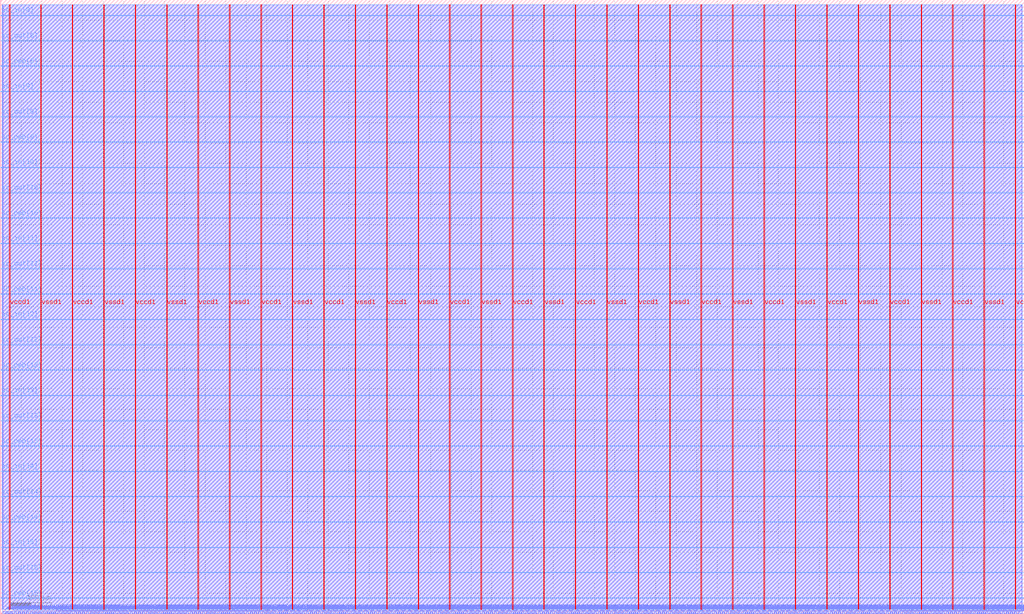
<source format=lef>
VERSION 5.7 ;
  NOWIREEXTENSIONATPIN ON ;
  DIVIDERCHAR "/" ;
  BUSBITCHARS "[]" ;
MACRO AI_Accelerator_Top
  CLASS BLOCK ;
  FOREIGN AI_Accelerator_Top ;
  ORIGIN 0.000 0.000 ;
  SIZE 2500.000 BY 1500.000 ;
  PIN io_in[0]
    DIRECTION INPUT ;
    USE SIGNAL ;
    PORT
      LAYER met3 ;
        RECT 2496.000 38.120 2500.000 38.720 ;
    END
  END io_in[0]
  PIN io_in[10]
    DIRECTION INPUT ;
    USE SIGNAL ;
    PORT
      LAYER met3 ;
        RECT 0.000 1090.080 4.000 1090.680 ;
    END
  END io_in[10]
  PIN io_in[11]
    DIRECTION INPUT ;
    USE SIGNAL ;
    PORT
      LAYER met3 ;
        RECT 0.000 904.440 4.000 905.040 ;
    END
  END io_in[11]
  PIN io_in[12]
    DIRECTION INPUT ;
    USE SIGNAL ;
    PORT
      LAYER met3 ;
        RECT 0.000 718.800 4.000 719.400 ;
    END
  END io_in[12]
  PIN io_in[13]
    DIRECTION INPUT ;
    USE SIGNAL ;
    PORT
      LAYER met3 ;
        RECT 0.000 533.160 4.000 533.760 ;
    END
  END io_in[13]
  PIN io_in[14]
    DIRECTION INPUT ;
    USE SIGNAL ;
    PORT
      LAYER met3 ;
        RECT 0.000 347.520 4.000 348.120 ;
    END
  END io_in[14]
  PIN io_in[15]
    DIRECTION INPUT ;
    USE SIGNAL ;
    PORT
      LAYER met3 ;
        RECT 0.000 161.880 4.000 162.480 ;
    END
  END io_in[15]
  PIN io_in[1]
    DIRECTION INPUT ;
    USE SIGNAL ;
    PORT
      LAYER met3 ;
        RECT 2496.000 223.760 2500.000 224.360 ;
    END
  END io_in[1]
  PIN io_in[2]
    DIRECTION INPUT ;
    USE SIGNAL ;
    PORT
      LAYER met3 ;
        RECT 2496.000 409.400 2500.000 410.000 ;
    END
  END io_in[2]
  PIN io_in[3]
    DIRECTION INPUT ;
    USE SIGNAL ;
    PORT
      LAYER met3 ;
        RECT 2496.000 595.040 2500.000 595.640 ;
    END
  END io_in[3]
  PIN io_in[4]
    DIRECTION INPUT ;
    USE SIGNAL ;
    PORT
      LAYER met3 ;
        RECT 2496.000 780.680 2500.000 781.280 ;
    END
  END io_in[4]
  PIN io_in[5]
    DIRECTION INPUT ;
    USE SIGNAL ;
    PORT
      LAYER met3 ;
        RECT 2496.000 966.320 2500.000 966.920 ;
    END
  END io_in[5]
  PIN io_in[6]
    DIRECTION INPUT ;
    USE SIGNAL ;
    PORT
      LAYER met3 ;
        RECT 2496.000 1151.960 2500.000 1152.560 ;
    END
  END io_in[6]
  PIN io_in[7]
    DIRECTION INPUT ;
    USE SIGNAL ;
    PORT
      LAYER met3 ;
        RECT 2496.000 1337.600 2500.000 1338.200 ;
    END
  END io_in[7]
  PIN io_in[8]
    DIRECTION INPUT ;
    USE SIGNAL ;
    PORT
      LAYER met3 ;
        RECT 0.000 1461.360 4.000 1461.960 ;
    END
  END io_in[8]
  PIN io_in[9]
    DIRECTION INPUT ;
    USE SIGNAL ;
    PORT
      LAYER met3 ;
        RECT 0.000 1275.720 4.000 1276.320 ;
    END
  END io_in[9]
  PIN io_oeb[0]
    DIRECTION OUTPUT TRISTATE ;
    USE SIGNAL ;
    PORT
      LAYER met3 ;
        RECT 2496.000 161.880 2500.000 162.480 ;
    END
  END io_oeb[0]
  PIN io_oeb[10]
    DIRECTION OUTPUT TRISTATE ;
    USE SIGNAL ;
    PORT
      LAYER met3 ;
        RECT 0.000 966.320 4.000 966.920 ;
    END
  END io_oeb[10]
  PIN io_oeb[11]
    DIRECTION OUTPUT TRISTATE ;
    USE SIGNAL ;
    PORT
      LAYER met3 ;
        RECT 0.000 780.680 4.000 781.280 ;
    END
  END io_oeb[11]
  PIN io_oeb[12]
    DIRECTION OUTPUT TRISTATE ;
    USE SIGNAL ;
    PORT
      LAYER met3 ;
        RECT 0.000 595.040 4.000 595.640 ;
    END
  END io_oeb[12]
  PIN io_oeb[13]
    DIRECTION OUTPUT TRISTATE ;
    USE SIGNAL ;
    PORT
      LAYER met3 ;
        RECT 0.000 409.400 4.000 410.000 ;
    END
  END io_oeb[13]
  PIN io_oeb[14]
    DIRECTION OUTPUT TRISTATE ;
    USE SIGNAL ;
    PORT
      LAYER met3 ;
        RECT 0.000 223.760 4.000 224.360 ;
    END
  END io_oeb[14]
  PIN io_oeb[15]
    DIRECTION OUTPUT TRISTATE ;
    USE SIGNAL ;
    PORT
      LAYER met3 ;
        RECT 0.000 38.120 4.000 38.720 ;
    END
  END io_oeb[15]
  PIN io_oeb[1]
    DIRECTION OUTPUT TRISTATE ;
    USE SIGNAL ;
    PORT
      LAYER met3 ;
        RECT 2496.000 347.520 2500.000 348.120 ;
    END
  END io_oeb[1]
  PIN io_oeb[2]
    DIRECTION OUTPUT TRISTATE ;
    USE SIGNAL ;
    PORT
      LAYER met3 ;
        RECT 2496.000 533.160 2500.000 533.760 ;
    END
  END io_oeb[2]
  PIN io_oeb[3]
    DIRECTION OUTPUT TRISTATE ;
    USE SIGNAL ;
    PORT
      LAYER met3 ;
        RECT 2496.000 718.800 2500.000 719.400 ;
    END
  END io_oeb[3]
  PIN io_oeb[4]
    DIRECTION OUTPUT TRISTATE ;
    USE SIGNAL ;
    PORT
      LAYER met3 ;
        RECT 2496.000 904.440 2500.000 905.040 ;
    END
  END io_oeb[4]
  PIN io_oeb[5]
    DIRECTION OUTPUT TRISTATE ;
    USE SIGNAL ;
    PORT
      LAYER met3 ;
        RECT 2496.000 1090.080 2500.000 1090.680 ;
    END
  END io_oeb[5]
  PIN io_oeb[6]
    DIRECTION OUTPUT TRISTATE ;
    USE SIGNAL ;
    PORT
      LAYER met3 ;
        RECT 2496.000 1275.720 2500.000 1276.320 ;
    END
  END io_oeb[6]
  PIN io_oeb[7]
    DIRECTION OUTPUT TRISTATE ;
    USE SIGNAL ;
    PORT
      LAYER met3 ;
        RECT 2496.000 1461.360 2500.000 1461.960 ;
    END
  END io_oeb[7]
  PIN io_oeb[8]
    DIRECTION OUTPUT TRISTATE ;
    USE SIGNAL ;
    PORT
      LAYER met3 ;
        RECT 0.000 1337.600 4.000 1338.200 ;
    END
  END io_oeb[8]
  PIN io_oeb[9]
    DIRECTION OUTPUT TRISTATE ;
    USE SIGNAL ;
    PORT
      LAYER met3 ;
        RECT 0.000 1151.960 4.000 1152.560 ;
    END
  END io_oeb[9]
  PIN io_out[0]
    DIRECTION OUTPUT TRISTATE ;
    USE SIGNAL ;
    PORT
      LAYER met3 ;
        RECT 2496.000 100.000 2500.000 100.600 ;
    END
  END io_out[0]
  PIN io_out[10]
    DIRECTION OUTPUT TRISTATE ;
    USE SIGNAL ;
    PORT
      LAYER met3 ;
        RECT 0.000 1028.200 4.000 1028.800 ;
    END
  END io_out[10]
  PIN io_out[11]
    DIRECTION OUTPUT TRISTATE ;
    USE SIGNAL ;
    PORT
      LAYER met3 ;
        RECT 0.000 842.560 4.000 843.160 ;
    END
  END io_out[11]
  PIN io_out[12]
    DIRECTION OUTPUT TRISTATE ;
    USE SIGNAL ;
    PORT
      LAYER met3 ;
        RECT 0.000 656.920 4.000 657.520 ;
    END
  END io_out[12]
  PIN io_out[13]
    DIRECTION OUTPUT TRISTATE ;
    USE SIGNAL ;
    PORT
      LAYER met3 ;
        RECT 0.000 471.280 4.000 471.880 ;
    END
  END io_out[13]
  PIN io_out[14]
    DIRECTION OUTPUT TRISTATE ;
    USE SIGNAL ;
    PORT
      LAYER met3 ;
        RECT 0.000 285.640 4.000 286.240 ;
    END
  END io_out[14]
  PIN io_out[15]
    DIRECTION OUTPUT TRISTATE ;
    USE SIGNAL ;
    PORT
      LAYER met3 ;
        RECT 0.000 100.000 4.000 100.600 ;
    END
  END io_out[15]
  PIN io_out[1]
    DIRECTION OUTPUT TRISTATE ;
    USE SIGNAL ;
    PORT
      LAYER met3 ;
        RECT 2496.000 285.640 2500.000 286.240 ;
    END
  END io_out[1]
  PIN io_out[2]
    DIRECTION OUTPUT TRISTATE ;
    USE SIGNAL ;
    PORT
      LAYER met3 ;
        RECT 2496.000 471.280 2500.000 471.880 ;
    END
  END io_out[2]
  PIN io_out[3]
    DIRECTION OUTPUT TRISTATE ;
    USE SIGNAL ;
    PORT
      LAYER met3 ;
        RECT 2496.000 656.920 2500.000 657.520 ;
    END
  END io_out[3]
  PIN io_out[4]
    DIRECTION OUTPUT TRISTATE ;
    USE SIGNAL ;
    PORT
      LAYER met3 ;
        RECT 2496.000 842.560 2500.000 843.160 ;
    END
  END io_out[4]
  PIN io_out[5]
    DIRECTION OUTPUT TRISTATE ;
    USE SIGNAL ;
    PORT
      LAYER met3 ;
        RECT 2496.000 1028.200 2500.000 1028.800 ;
    END
  END io_out[5]
  PIN io_out[6]
    DIRECTION OUTPUT TRISTATE ;
    USE SIGNAL ;
    PORT
      LAYER met3 ;
        RECT 2496.000 1213.840 2500.000 1214.440 ;
    END
  END io_out[6]
  PIN io_out[7]
    DIRECTION OUTPUT TRISTATE ;
    USE SIGNAL ;
    PORT
      LAYER met3 ;
        RECT 2496.000 1399.480 2500.000 1400.080 ;
    END
  END io_out[7]
  PIN io_out[8]
    DIRECTION OUTPUT TRISTATE ;
    USE SIGNAL ;
    PORT
      LAYER met3 ;
        RECT 0.000 1399.480 4.000 1400.080 ;
    END
  END io_out[8]
  PIN io_out[9]
    DIRECTION OUTPUT TRISTATE ;
    USE SIGNAL ;
    PORT
      LAYER met3 ;
        RECT 0.000 1213.840 4.000 1214.440 ;
    END
  END io_out[9]
  PIN la_data_in[0]
    DIRECTION INPUT ;
    USE SIGNAL ;
    PORT
      LAYER met2 ;
        RECT 548.870 0.000 549.150 4.000 ;
    END
  END la_data_in[0]
  PIN la_data_in[100]
    DIRECTION INPUT ;
    USE SIGNAL ;
    PORT
      LAYER met2 ;
        RECT 2066.870 0.000 2067.150 4.000 ;
    END
  END la_data_in[100]
  PIN la_data_in[101]
    DIRECTION INPUT ;
    USE SIGNAL ;
    PORT
      LAYER met2 ;
        RECT 2082.050 0.000 2082.330 4.000 ;
    END
  END la_data_in[101]
  PIN la_data_in[102]
    DIRECTION INPUT ;
    USE SIGNAL ;
    PORT
      LAYER met2 ;
        RECT 2097.230 0.000 2097.510 4.000 ;
    END
  END la_data_in[102]
  PIN la_data_in[103]
    DIRECTION INPUT ;
    USE SIGNAL ;
    PORT
      LAYER met2 ;
        RECT 2112.410 0.000 2112.690 4.000 ;
    END
  END la_data_in[103]
  PIN la_data_in[104]
    DIRECTION INPUT ;
    USE SIGNAL ;
    PORT
      LAYER met2 ;
        RECT 2127.590 0.000 2127.870 4.000 ;
    END
  END la_data_in[104]
  PIN la_data_in[105]
    DIRECTION INPUT ;
    USE SIGNAL ;
    PORT
      LAYER met2 ;
        RECT 2142.770 0.000 2143.050 4.000 ;
    END
  END la_data_in[105]
  PIN la_data_in[106]
    DIRECTION INPUT ;
    USE SIGNAL ;
    PORT
      LAYER met2 ;
        RECT 2157.950 0.000 2158.230 4.000 ;
    END
  END la_data_in[106]
  PIN la_data_in[107]
    DIRECTION INPUT ;
    USE SIGNAL ;
    PORT
      LAYER met2 ;
        RECT 2173.130 0.000 2173.410 4.000 ;
    END
  END la_data_in[107]
  PIN la_data_in[108]
    DIRECTION INPUT ;
    USE SIGNAL ;
    PORT
      LAYER met2 ;
        RECT 2188.310 0.000 2188.590 4.000 ;
    END
  END la_data_in[108]
  PIN la_data_in[109]
    DIRECTION INPUT ;
    USE SIGNAL ;
    PORT
      LAYER met2 ;
        RECT 2203.490 0.000 2203.770 4.000 ;
    END
  END la_data_in[109]
  PIN la_data_in[10]
    DIRECTION INPUT ;
    USE SIGNAL ;
    PORT
      LAYER met2 ;
        RECT 700.670 0.000 700.950 4.000 ;
    END
  END la_data_in[10]
  PIN la_data_in[110]
    DIRECTION INPUT ;
    USE SIGNAL ;
    PORT
      LAYER met2 ;
        RECT 2218.670 0.000 2218.950 4.000 ;
    END
  END la_data_in[110]
  PIN la_data_in[111]
    DIRECTION INPUT ;
    USE SIGNAL ;
    PORT
      LAYER met2 ;
        RECT 2233.850 0.000 2234.130 4.000 ;
    END
  END la_data_in[111]
  PIN la_data_in[112]
    DIRECTION INPUT ;
    USE SIGNAL ;
    PORT
      LAYER met2 ;
        RECT 2249.030 0.000 2249.310 4.000 ;
    END
  END la_data_in[112]
  PIN la_data_in[113]
    DIRECTION INPUT ;
    USE SIGNAL ;
    PORT
      LAYER met2 ;
        RECT 2264.210 0.000 2264.490 4.000 ;
    END
  END la_data_in[113]
  PIN la_data_in[114]
    DIRECTION INPUT ;
    USE SIGNAL ;
    PORT
      LAYER met2 ;
        RECT 2279.390 0.000 2279.670 4.000 ;
    END
  END la_data_in[114]
  PIN la_data_in[115]
    DIRECTION INPUT ;
    USE SIGNAL ;
    PORT
      LAYER met2 ;
        RECT 2294.570 0.000 2294.850 4.000 ;
    END
  END la_data_in[115]
  PIN la_data_in[116]
    DIRECTION INPUT ;
    USE SIGNAL ;
    PORT
      LAYER met2 ;
        RECT 2309.750 0.000 2310.030 4.000 ;
    END
  END la_data_in[116]
  PIN la_data_in[117]
    DIRECTION INPUT ;
    USE SIGNAL ;
    PORT
      LAYER met2 ;
        RECT 2324.930 0.000 2325.210 4.000 ;
    END
  END la_data_in[117]
  PIN la_data_in[118]
    DIRECTION INPUT ;
    USE SIGNAL ;
    PORT
      LAYER met2 ;
        RECT 2340.110 0.000 2340.390 4.000 ;
    END
  END la_data_in[118]
  PIN la_data_in[119]
    DIRECTION INPUT ;
    USE SIGNAL ;
    PORT
      LAYER met2 ;
        RECT 2355.290 0.000 2355.570 4.000 ;
    END
  END la_data_in[119]
  PIN la_data_in[11]
    DIRECTION INPUT ;
    USE SIGNAL ;
    PORT
      LAYER met2 ;
        RECT 715.850 0.000 716.130 4.000 ;
    END
  END la_data_in[11]
  PIN la_data_in[120]
    DIRECTION INPUT ;
    USE SIGNAL ;
    PORT
      LAYER met2 ;
        RECT 2370.470 0.000 2370.750 4.000 ;
    END
  END la_data_in[120]
  PIN la_data_in[121]
    DIRECTION INPUT ;
    USE SIGNAL ;
    PORT
      LAYER met2 ;
        RECT 2385.650 0.000 2385.930 4.000 ;
    END
  END la_data_in[121]
  PIN la_data_in[122]
    DIRECTION INPUT ;
    USE SIGNAL ;
    PORT
      LAYER met2 ;
        RECT 2400.830 0.000 2401.110 4.000 ;
    END
  END la_data_in[122]
  PIN la_data_in[123]
    DIRECTION INPUT ;
    USE SIGNAL ;
    PORT
      LAYER met2 ;
        RECT 2416.010 0.000 2416.290 4.000 ;
    END
  END la_data_in[123]
  PIN la_data_in[124]
    DIRECTION INPUT ;
    USE SIGNAL ;
    PORT
      LAYER met2 ;
        RECT 2431.190 0.000 2431.470 4.000 ;
    END
  END la_data_in[124]
  PIN la_data_in[125]
    DIRECTION INPUT ;
    USE SIGNAL ;
    PORT
      LAYER met2 ;
        RECT 2446.370 0.000 2446.650 4.000 ;
    END
  END la_data_in[125]
  PIN la_data_in[126]
    DIRECTION INPUT ;
    USE SIGNAL ;
    PORT
      LAYER met2 ;
        RECT 2461.550 0.000 2461.830 4.000 ;
    END
  END la_data_in[126]
  PIN la_data_in[127]
    DIRECTION INPUT ;
    USE SIGNAL ;
    PORT
      LAYER met2 ;
        RECT 2476.730 0.000 2477.010 4.000 ;
    END
  END la_data_in[127]
  PIN la_data_in[12]
    DIRECTION INPUT ;
    USE SIGNAL ;
    PORT
      LAYER met2 ;
        RECT 731.030 0.000 731.310 4.000 ;
    END
  END la_data_in[12]
  PIN la_data_in[13]
    DIRECTION INPUT ;
    USE SIGNAL ;
    PORT
      LAYER met2 ;
        RECT 746.210 0.000 746.490 4.000 ;
    END
  END la_data_in[13]
  PIN la_data_in[14]
    DIRECTION INPUT ;
    USE SIGNAL ;
    PORT
      LAYER met2 ;
        RECT 761.390 0.000 761.670 4.000 ;
    END
  END la_data_in[14]
  PIN la_data_in[15]
    DIRECTION INPUT ;
    USE SIGNAL ;
    PORT
      LAYER met2 ;
        RECT 776.570 0.000 776.850 4.000 ;
    END
  END la_data_in[15]
  PIN la_data_in[16]
    DIRECTION INPUT ;
    USE SIGNAL ;
    PORT
      LAYER met2 ;
        RECT 791.750 0.000 792.030 4.000 ;
    END
  END la_data_in[16]
  PIN la_data_in[17]
    DIRECTION INPUT ;
    USE SIGNAL ;
    PORT
      LAYER met2 ;
        RECT 806.930 0.000 807.210 4.000 ;
    END
  END la_data_in[17]
  PIN la_data_in[18]
    DIRECTION INPUT ;
    USE SIGNAL ;
    PORT
      LAYER met2 ;
        RECT 822.110 0.000 822.390 4.000 ;
    END
  END la_data_in[18]
  PIN la_data_in[19]
    DIRECTION INPUT ;
    USE SIGNAL ;
    PORT
      LAYER met2 ;
        RECT 837.290 0.000 837.570 4.000 ;
    END
  END la_data_in[19]
  PIN la_data_in[1]
    DIRECTION INPUT ;
    USE SIGNAL ;
    PORT
      LAYER met2 ;
        RECT 564.050 0.000 564.330 4.000 ;
    END
  END la_data_in[1]
  PIN la_data_in[20]
    DIRECTION INPUT ;
    USE SIGNAL ;
    PORT
      LAYER met2 ;
        RECT 852.470 0.000 852.750 4.000 ;
    END
  END la_data_in[20]
  PIN la_data_in[21]
    DIRECTION INPUT ;
    USE SIGNAL ;
    PORT
      LAYER met2 ;
        RECT 867.650 0.000 867.930 4.000 ;
    END
  END la_data_in[21]
  PIN la_data_in[22]
    DIRECTION INPUT ;
    USE SIGNAL ;
    PORT
      LAYER met2 ;
        RECT 882.830 0.000 883.110 4.000 ;
    END
  END la_data_in[22]
  PIN la_data_in[23]
    DIRECTION INPUT ;
    USE SIGNAL ;
    PORT
      LAYER met2 ;
        RECT 898.010 0.000 898.290 4.000 ;
    END
  END la_data_in[23]
  PIN la_data_in[24]
    DIRECTION INPUT ;
    USE SIGNAL ;
    PORT
      LAYER met2 ;
        RECT 913.190 0.000 913.470 4.000 ;
    END
  END la_data_in[24]
  PIN la_data_in[25]
    DIRECTION INPUT ;
    USE SIGNAL ;
    PORT
      LAYER met2 ;
        RECT 928.370 0.000 928.650 4.000 ;
    END
  END la_data_in[25]
  PIN la_data_in[26]
    DIRECTION INPUT ;
    USE SIGNAL ;
    PORT
      LAYER met2 ;
        RECT 943.550 0.000 943.830 4.000 ;
    END
  END la_data_in[26]
  PIN la_data_in[27]
    DIRECTION INPUT ;
    USE SIGNAL ;
    PORT
      LAYER met2 ;
        RECT 958.730 0.000 959.010 4.000 ;
    END
  END la_data_in[27]
  PIN la_data_in[28]
    DIRECTION INPUT ;
    USE SIGNAL ;
    PORT
      LAYER met2 ;
        RECT 973.910 0.000 974.190 4.000 ;
    END
  END la_data_in[28]
  PIN la_data_in[29]
    DIRECTION INPUT ;
    USE SIGNAL ;
    PORT
      LAYER met2 ;
        RECT 989.090 0.000 989.370 4.000 ;
    END
  END la_data_in[29]
  PIN la_data_in[2]
    DIRECTION INPUT ;
    USE SIGNAL ;
    PORT
      LAYER met2 ;
        RECT 579.230 0.000 579.510 4.000 ;
    END
  END la_data_in[2]
  PIN la_data_in[30]
    DIRECTION INPUT ;
    USE SIGNAL ;
    PORT
      LAYER met2 ;
        RECT 1004.270 0.000 1004.550 4.000 ;
    END
  END la_data_in[30]
  PIN la_data_in[31]
    DIRECTION INPUT ;
    USE SIGNAL ;
    PORT
      LAYER met2 ;
        RECT 1019.450 0.000 1019.730 4.000 ;
    END
  END la_data_in[31]
  PIN la_data_in[32]
    DIRECTION INPUT ;
    USE SIGNAL ;
    PORT
      LAYER met2 ;
        RECT 1034.630 0.000 1034.910 4.000 ;
    END
  END la_data_in[32]
  PIN la_data_in[33]
    DIRECTION INPUT ;
    USE SIGNAL ;
    PORT
      LAYER met2 ;
        RECT 1049.810 0.000 1050.090 4.000 ;
    END
  END la_data_in[33]
  PIN la_data_in[34]
    DIRECTION INPUT ;
    USE SIGNAL ;
    PORT
      LAYER met2 ;
        RECT 1064.990 0.000 1065.270 4.000 ;
    END
  END la_data_in[34]
  PIN la_data_in[35]
    DIRECTION INPUT ;
    USE SIGNAL ;
    PORT
      LAYER met2 ;
        RECT 1080.170 0.000 1080.450 4.000 ;
    END
  END la_data_in[35]
  PIN la_data_in[36]
    DIRECTION INPUT ;
    USE SIGNAL ;
    PORT
      LAYER met2 ;
        RECT 1095.350 0.000 1095.630 4.000 ;
    END
  END la_data_in[36]
  PIN la_data_in[37]
    DIRECTION INPUT ;
    USE SIGNAL ;
    PORT
      LAYER met2 ;
        RECT 1110.530 0.000 1110.810 4.000 ;
    END
  END la_data_in[37]
  PIN la_data_in[38]
    DIRECTION INPUT ;
    USE SIGNAL ;
    PORT
      LAYER met2 ;
        RECT 1125.710 0.000 1125.990 4.000 ;
    END
  END la_data_in[38]
  PIN la_data_in[39]
    DIRECTION INPUT ;
    USE SIGNAL ;
    PORT
      LAYER met2 ;
        RECT 1140.890 0.000 1141.170 4.000 ;
    END
  END la_data_in[39]
  PIN la_data_in[3]
    DIRECTION INPUT ;
    USE SIGNAL ;
    PORT
      LAYER met2 ;
        RECT 594.410 0.000 594.690 4.000 ;
    END
  END la_data_in[3]
  PIN la_data_in[40]
    DIRECTION INPUT ;
    USE SIGNAL ;
    PORT
      LAYER met2 ;
        RECT 1156.070 0.000 1156.350 4.000 ;
    END
  END la_data_in[40]
  PIN la_data_in[41]
    DIRECTION INPUT ;
    USE SIGNAL ;
    PORT
      LAYER met2 ;
        RECT 1171.250 0.000 1171.530 4.000 ;
    END
  END la_data_in[41]
  PIN la_data_in[42]
    DIRECTION INPUT ;
    USE SIGNAL ;
    PORT
      LAYER met2 ;
        RECT 1186.430 0.000 1186.710 4.000 ;
    END
  END la_data_in[42]
  PIN la_data_in[43]
    DIRECTION INPUT ;
    USE SIGNAL ;
    PORT
      LAYER met2 ;
        RECT 1201.610 0.000 1201.890 4.000 ;
    END
  END la_data_in[43]
  PIN la_data_in[44]
    DIRECTION INPUT ;
    USE SIGNAL ;
    PORT
      LAYER met2 ;
        RECT 1216.790 0.000 1217.070 4.000 ;
    END
  END la_data_in[44]
  PIN la_data_in[45]
    DIRECTION INPUT ;
    USE SIGNAL ;
    PORT
      LAYER met2 ;
        RECT 1231.970 0.000 1232.250 4.000 ;
    END
  END la_data_in[45]
  PIN la_data_in[46]
    DIRECTION INPUT ;
    USE SIGNAL ;
    PORT
      LAYER met2 ;
        RECT 1247.150 0.000 1247.430 4.000 ;
    END
  END la_data_in[46]
  PIN la_data_in[47]
    DIRECTION INPUT ;
    USE SIGNAL ;
    PORT
      LAYER met2 ;
        RECT 1262.330 0.000 1262.610 4.000 ;
    END
  END la_data_in[47]
  PIN la_data_in[48]
    DIRECTION INPUT ;
    USE SIGNAL ;
    PORT
      LAYER met2 ;
        RECT 1277.510 0.000 1277.790 4.000 ;
    END
  END la_data_in[48]
  PIN la_data_in[49]
    DIRECTION INPUT ;
    USE SIGNAL ;
    PORT
      LAYER met2 ;
        RECT 1292.690 0.000 1292.970 4.000 ;
    END
  END la_data_in[49]
  PIN la_data_in[4]
    DIRECTION INPUT ;
    USE SIGNAL ;
    PORT
      LAYER met2 ;
        RECT 609.590 0.000 609.870 4.000 ;
    END
  END la_data_in[4]
  PIN la_data_in[50]
    DIRECTION INPUT ;
    USE SIGNAL ;
    PORT
      LAYER met2 ;
        RECT 1307.870 0.000 1308.150 4.000 ;
    END
  END la_data_in[50]
  PIN la_data_in[51]
    DIRECTION INPUT ;
    USE SIGNAL ;
    PORT
      LAYER met2 ;
        RECT 1323.050 0.000 1323.330 4.000 ;
    END
  END la_data_in[51]
  PIN la_data_in[52]
    DIRECTION INPUT ;
    USE SIGNAL ;
    PORT
      LAYER met2 ;
        RECT 1338.230 0.000 1338.510 4.000 ;
    END
  END la_data_in[52]
  PIN la_data_in[53]
    DIRECTION INPUT ;
    USE SIGNAL ;
    PORT
      LAYER met2 ;
        RECT 1353.410 0.000 1353.690 4.000 ;
    END
  END la_data_in[53]
  PIN la_data_in[54]
    DIRECTION INPUT ;
    USE SIGNAL ;
    PORT
      LAYER met2 ;
        RECT 1368.590 0.000 1368.870 4.000 ;
    END
  END la_data_in[54]
  PIN la_data_in[55]
    DIRECTION INPUT ;
    USE SIGNAL ;
    PORT
      LAYER met2 ;
        RECT 1383.770 0.000 1384.050 4.000 ;
    END
  END la_data_in[55]
  PIN la_data_in[56]
    DIRECTION INPUT ;
    USE SIGNAL ;
    PORT
      LAYER met2 ;
        RECT 1398.950 0.000 1399.230 4.000 ;
    END
  END la_data_in[56]
  PIN la_data_in[57]
    DIRECTION INPUT ;
    USE SIGNAL ;
    PORT
      LAYER met2 ;
        RECT 1414.130 0.000 1414.410 4.000 ;
    END
  END la_data_in[57]
  PIN la_data_in[58]
    DIRECTION INPUT ;
    USE SIGNAL ;
    PORT
      LAYER met2 ;
        RECT 1429.310 0.000 1429.590 4.000 ;
    END
  END la_data_in[58]
  PIN la_data_in[59]
    DIRECTION INPUT ;
    USE SIGNAL ;
    PORT
      LAYER met2 ;
        RECT 1444.490 0.000 1444.770 4.000 ;
    END
  END la_data_in[59]
  PIN la_data_in[5]
    DIRECTION INPUT ;
    USE SIGNAL ;
    PORT
      LAYER met2 ;
        RECT 624.770 0.000 625.050 4.000 ;
    END
  END la_data_in[5]
  PIN la_data_in[60]
    DIRECTION INPUT ;
    USE SIGNAL ;
    PORT
      LAYER met2 ;
        RECT 1459.670 0.000 1459.950 4.000 ;
    END
  END la_data_in[60]
  PIN la_data_in[61]
    DIRECTION INPUT ;
    USE SIGNAL ;
    PORT
      LAYER met2 ;
        RECT 1474.850 0.000 1475.130 4.000 ;
    END
  END la_data_in[61]
  PIN la_data_in[62]
    DIRECTION INPUT ;
    USE SIGNAL ;
    PORT
      LAYER met2 ;
        RECT 1490.030 0.000 1490.310 4.000 ;
    END
  END la_data_in[62]
  PIN la_data_in[63]
    DIRECTION INPUT ;
    USE SIGNAL ;
    PORT
      LAYER met2 ;
        RECT 1505.210 0.000 1505.490 4.000 ;
    END
  END la_data_in[63]
  PIN la_data_in[64]
    DIRECTION INPUT ;
    USE SIGNAL ;
    PORT
      LAYER met2 ;
        RECT 1520.390 0.000 1520.670 4.000 ;
    END
  END la_data_in[64]
  PIN la_data_in[65]
    DIRECTION INPUT ;
    USE SIGNAL ;
    PORT
      LAYER met2 ;
        RECT 1535.570 0.000 1535.850 4.000 ;
    END
  END la_data_in[65]
  PIN la_data_in[66]
    DIRECTION INPUT ;
    USE SIGNAL ;
    PORT
      LAYER met2 ;
        RECT 1550.750 0.000 1551.030 4.000 ;
    END
  END la_data_in[66]
  PIN la_data_in[67]
    DIRECTION INPUT ;
    USE SIGNAL ;
    PORT
      LAYER met2 ;
        RECT 1565.930 0.000 1566.210 4.000 ;
    END
  END la_data_in[67]
  PIN la_data_in[68]
    DIRECTION INPUT ;
    USE SIGNAL ;
    PORT
      LAYER met2 ;
        RECT 1581.110 0.000 1581.390 4.000 ;
    END
  END la_data_in[68]
  PIN la_data_in[69]
    DIRECTION INPUT ;
    USE SIGNAL ;
    PORT
      LAYER met2 ;
        RECT 1596.290 0.000 1596.570 4.000 ;
    END
  END la_data_in[69]
  PIN la_data_in[6]
    DIRECTION INPUT ;
    USE SIGNAL ;
    PORT
      LAYER met2 ;
        RECT 639.950 0.000 640.230 4.000 ;
    END
  END la_data_in[6]
  PIN la_data_in[70]
    DIRECTION INPUT ;
    USE SIGNAL ;
    PORT
      LAYER met2 ;
        RECT 1611.470 0.000 1611.750 4.000 ;
    END
  END la_data_in[70]
  PIN la_data_in[71]
    DIRECTION INPUT ;
    USE SIGNAL ;
    PORT
      LAYER met2 ;
        RECT 1626.650 0.000 1626.930 4.000 ;
    END
  END la_data_in[71]
  PIN la_data_in[72]
    DIRECTION INPUT ;
    USE SIGNAL ;
    PORT
      LAYER met2 ;
        RECT 1641.830 0.000 1642.110 4.000 ;
    END
  END la_data_in[72]
  PIN la_data_in[73]
    DIRECTION INPUT ;
    USE SIGNAL ;
    PORT
      LAYER met2 ;
        RECT 1657.010 0.000 1657.290 4.000 ;
    END
  END la_data_in[73]
  PIN la_data_in[74]
    DIRECTION INPUT ;
    USE SIGNAL ;
    PORT
      LAYER met2 ;
        RECT 1672.190 0.000 1672.470 4.000 ;
    END
  END la_data_in[74]
  PIN la_data_in[75]
    DIRECTION INPUT ;
    USE SIGNAL ;
    PORT
      LAYER met2 ;
        RECT 1687.370 0.000 1687.650 4.000 ;
    END
  END la_data_in[75]
  PIN la_data_in[76]
    DIRECTION INPUT ;
    USE SIGNAL ;
    PORT
      LAYER met2 ;
        RECT 1702.550 0.000 1702.830 4.000 ;
    END
  END la_data_in[76]
  PIN la_data_in[77]
    DIRECTION INPUT ;
    USE SIGNAL ;
    PORT
      LAYER met2 ;
        RECT 1717.730 0.000 1718.010 4.000 ;
    END
  END la_data_in[77]
  PIN la_data_in[78]
    DIRECTION INPUT ;
    USE SIGNAL ;
    PORT
      LAYER met2 ;
        RECT 1732.910 0.000 1733.190 4.000 ;
    END
  END la_data_in[78]
  PIN la_data_in[79]
    DIRECTION INPUT ;
    USE SIGNAL ;
    PORT
      LAYER met2 ;
        RECT 1748.090 0.000 1748.370 4.000 ;
    END
  END la_data_in[79]
  PIN la_data_in[7]
    DIRECTION INPUT ;
    USE SIGNAL ;
    PORT
      LAYER met2 ;
        RECT 655.130 0.000 655.410 4.000 ;
    END
  END la_data_in[7]
  PIN la_data_in[80]
    DIRECTION INPUT ;
    USE SIGNAL ;
    PORT
      LAYER met2 ;
        RECT 1763.270 0.000 1763.550 4.000 ;
    END
  END la_data_in[80]
  PIN la_data_in[81]
    DIRECTION INPUT ;
    USE SIGNAL ;
    PORT
      LAYER met2 ;
        RECT 1778.450 0.000 1778.730 4.000 ;
    END
  END la_data_in[81]
  PIN la_data_in[82]
    DIRECTION INPUT ;
    USE SIGNAL ;
    PORT
      LAYER met2 ;
        RECT 1793.630 0.000 1793.910 4.000 ;
    END
  END la_data_in[82]
  PIN la_data_in[83]
    DIRECTION INPUT ;
    USE SIGNAL ;
    PORT
      LAYER met2 ;
        RECT 1808.810 0.000 1809.090 4.000 ;
    END
  END la_data_in[83]
  PIN la_data_in[84]
    DIRECTION INPUT ;
    USE SIGNAL ;
    PORT
      LAYER met2 ;
        RECT 1823.990 0.000 1824.270 4.000 ;
    END
  END la_data_in[84]
  PIN la_data_in[85]
    DIRECTION INPUT ;
    USE SIGNAL ;
    PORT
      LAYER met2 ;
        RECT 1839.170 0.000 1839.450 4.000 ;
    END
  END la_data_in[85]
  PIN la_data_in[86]
    DIRECTION INPUT ;
    USE SIGNAL ;
    PORT
      LAYER met2 ;
        RECT 1854.350 0.000 1854.630 4.000 ;
    END
  END la_data_in[86]
  PIN la_data_in[87]
    DIRECTION INPUT ;
    USE SIGNAL ;
    PORT
      LAYER met2 ;
        RECT 1869.530 0.000 1869.810 4.000 ;
    END
  END la_data_in[87]
  PIN la_data_in[88]
    DIRECTION INPUT ;
    USE SIGNAL ;
    PORT
      LAYER met2 ;
        RECT 1884.710 0.000 1884.990 4.000 ;
    END
  END la_data_in[88]
  PIN la_data_in[89]
    DIRECTION INPUT ;
    USE SIGNAL ;
    PORT
      LAYER met2 ;
        RECT 1899.890 0.000 1900.170 4.000 ;
    END
  END la_data_in[89]
  PIN la_data_in[8]
    DIRECTION INPUT ;
    USE SIGNAL ;
    PORT
      LAYER met2 ;
        RECT 670.310 0.000 670.590 4.000 ;
    END
  END la_data_in[8]
  PIN la_data_in[90]
    DIRECTION INPUT ;
    USE SIGNAL ;
    PORT
      LAYER met2 ;
        RECT 1915.070 0.000 1915.350 4.000 ;
    END
  END la_data_in[90]
  PIN la_data_in[91]
    DIRECTION INPUT ;
    USE SIGNAL ;
    PORT
      LAYER met2 ;
        RECT 1930.250 0.000 1930.530 4.000 ;
    END
  END la_data_in[91]
  PIN la_data_in[92]
    DIRECTION INPUT ;
    USE SIGNAL ;
    PORT
      LAYER met2 ;
        RECT 1945.430 0.000 1945.710 4.000 ;
    END
  END la_data_in[92]
  PIN la_data_in[93]
    DIRECTION INPUT ;
    USE SIGNAL ;
    PORT
      LAYER met2 ;
        RECT 1960.610 0.000 1960.890 4.000 ;
    END
  END la_data_in[93]
  PIN la_data_in[94]
    DIRECTION INPUT ;
    USE SIGNAL ;
    PORT
      LAYER met2 ;
        RECT 1975.790 0.000 1976.070 4.000 ;
    END
  END la_data_in[94]
  PIN la_data_in[95]
    DIRECTION INPUT ;
    USE SIGNAL ;
    PORT
      LAYER met2 ;
        RECT 1990.970 0.000 1991.250 4.000 ;
    END
  END la_data_in[95]
  PIN la_data_in[96]
    DIRECTION INPUT ;
    USE SIGNAL ;
    PORT
      LAYER met2 ;
        RECT 2006.150 0.000 2006.430 4.000 ;
    END
  END la_data_in[96]
  PIN la_data_in[97]
    DIRECTION INPUT ;
    USE SIGNAL ;
    PORT
      LAYER met2 ;
        RECT 2021.330 0.000 2021.610 4.000 ;
    END
  END la_data_in[97]
  PIN la_data_in[98]
    DIRECTION INPUT ;
    USE SIGNAL ;
    PORT
      LAYER met2 ;
        RECT 2036.510 0.000 2036.790 4.000 ;
    END
  END la_data_in[98]
  PIN la_data_in[99]
    DIRECTION INPUT ;
    USE SIGNAL ;
    PORT
      LAYER met2 ;
        RECT 2051.690 0.000 2051.970 4.000 ;
    END
  END la_data_in[99]
  PIN la_data_in[9]
    DIRECTION INPUT ;
    USE SIGNAL ;
    PORT
      LAYER met2 ;
        RECT 685.490 0.000 685.770 4.000 ;
    END
  END la_data_in[9]
  PIN la_data_out[0]
    DIRECTION OUTPUT TRISTATE ;
    USE SIGNAL ;
    PORT
      LAYER met2 ;
        RECT 553.930 0.000 554.210 4.000 ;
    END
  END la_data_out[0]
  PIN la_data_out[100]
    DIRECTION OUTPUT TRISTATE ;
    USE SIGNAL ;
    PORT
      LAYER met2 ;
        RECT 2071.930 0.000 2072.210 4.000 ;
    END
  END la_data_out[100]
  PIN la_data_out[101]
    DIRECTION OUTPUT TRISTATE ;
    USE SIGNAL ;
    PORT
      LAYER met2 ;
        RECT 2087.110 0.000 2087.390 4.000 ;
    END
  END la_data_out[101]
  PIN la_data_out[102]
    DIRECTION OUTPUT TRISTATE ;
    USE SIGNAL ;
    PORT
      LAYER met2 ;
        RECT 2102.290 0.000 2102.570 4.000 ;
    END
  END la_data_out[102]
  PIN la_data_out[103]
    DIRECTION OUTPUT TRISTATE ;
    USE SIGNAL ;
    PORT
      LAYER met2 ;
        RECT 2117.470 0.000 2117.750 4.000 ;
    END
  END la_data_out[103]
  PIN la_data_out[104]
    DIRECTION OUTPUT TRISTATE ;
    USE SIGNAL ;
    PORT
      LAYER met2 ;
        RECT 2132.650 0.000 2132.930 4.000 ;
    END
  END la_data_out[104]
  PIN la_data_out[105]
    DIRECTION OUTPUT TRISTATE ;
    USE SIGNAL ;
    PORT
      LAYER met2 ;
        RECT 2147.830 0.000 2148.110 4.000 ;
    END
  END la_data_out[105]
  PIN la_data_out[106]
    DIRECTION OUTPUT TRISTATE ;
    USE SIGNAL ;
    PORT
      LAYER met2 ;
        RECT 2163.010 0.000 2163.290 4.000 ;
    END
  END la_data_out[106]
  PIN la_data_out[107]
    DIRECTION OUTPUT TRISTATE ;
    USE SIGNAL ;
    PORT
      LAYER met2 ;
        RECT 2178.190 0.000 2178.470 4.000 ;
    END
  END la_data_out[107]
  PIN la_data_out[108]
    DIRECTION OUTPUT TRISTATE ;
    USE SIGNAL ;
    PORT
      LAYER met2 ;
        RECT 2193.370 0.000 2193.650 4.000 ;
    END
  END la_data_out[108]
  PIN la_data_out[109]
    DIRECTION OUTPUT TRISTATE ;
    USE SIGNAL ;
    PORT
      LAYER met2 ;
        RECT 2208.550 0.000 2208.830 4.000 ;
    END
  END la_data_out[109]
  PIN la_data_out[10]
    DIRECTION OUTPUT TRISTATE ;
    USE SIGNAL ;
    PORT
      LAYER met2 ;
        RECT 705.730 0.000 706.010 4.000 ;
    END
  END la_data_out[10]
  PIN la_data_out[110]
    DIRECTION OUTPUT TRISTATE ;
    USE SIGNAL ;
    PORT
      LAYER met2 ;
        RECT 2223.730 0.000 2224.010 4.000 ;
    END
  END la_data_out[110]
  PIN la_data_out[111]
    DIRECTION OUTPUT TRISTATE ;
    USE SIGNAL ;
    PORT
      LAYER met2 ;
        RECT 2238.910 0.000 2239.190 4.000 ;
    END
  END la_data_out[111]
  PIN la_data_out[112]
    DIRECTION OUTPUT TRISTATE ;
    USE SIGNAL ;
    PORT
      LAYER met2 ;
        RECT 2254.090 0.000 2254.370 4.000 ;
    END
  END la_data_out[112]
  PIN la_data_out[113]
    DIRECTION OUTPUT TRISTATE ;
    USE SIGNAL ;
    PORT
      LAYER met2 ;
        RECT 2269.270 0.000 2269.550 4.000 ;
    END
  END la_data_out[113]
  PIN la_data_out[114]
    DIRECTION OUTPUT TRISTATE ;
    USE SIGNAL ;
    PORT
      LAYER met2 ;
        RECT 2284.450 0.000 2284.730 4.000 ;
    END
  END la_data_out[114]
  PIN la_data_out[115]
    DIRECTION OUTPUT TRISTATE ;
    USE SIGNAL ;
    PORT
      LAYER met2 ;
        RECT 2299.630 0.000 2299.910 4.000 ;
    END
  END la_data_out[115]
  PIN la_data_out[116]
    DIRECTION OUTPUT TRISTATE ;
    USE SIGNAL ;
    PORT
      LAYER met2 ;
        RECT 2314.810 0.000 2315.090 4.000 ;
    END
  END la_data_out[116]
  PIN la_data_out[117]
    DIRECTION OUTPUT TRISTATE ;
    USE SIGNAL ;
    PORT
      LAYER met2 ;
        RECT 2329.990 0.000 2330.270 4.000 ;
    END
  END la_data_out[117]
  PIN la_data_out[118]
    DIRECTION OUTPUT TRISTATE ;
    USE SIGNAL ;
    PORT
      LAYER met2 ;
        RECT 2345.170 0.000 2345.450 4.000 ;
    END
  END la_data_out[118]
  PIN la_data_out[119]
    DIRECTION OUTPUT TRISTATE ;
    USE SIGNAL ;
    PORT
      LAYER met2 ;
        RECT 2360.350 0.000 2360.630 4.000 ;
    END
  END la_data_out[119]
  PIN la_data_out[11]
    DIRECTION OUTPUT TRISTATE ;
    USE SIGNAL ;
    PORT
      LAYER met2 ;
        RECT 720.910 0.000 721.190 4.000 ;
    END
  END la_data_out[11]
  PIN la_data_out[120]
    DIRECTION OUTPUT TRISTATE ;
    USE SIGNAL ;
    PORT
      LAYER met2 ;
        RECT 2375.530 0.000 2375.810 4.000 ;
    END
  END la_data_out[120]
  PIN la_data_out[121]
    DIRECTION OUTPUT TRISTATE ;
    USE SIGNAL ;
    PORT
      LAYER met2 ;
        RECT 2390.710 0.000 2390.990 4.000 ;
    END
  END la_data_out[121]
  PIN la_data_out[122]
    DIRECTION OUTPUT TRISTATE ;
    USE SIGNAL ;
    PORT
      LAYER met2 ;
        RECT 2405.890 0.000 2406.170 4.000 ;
    END
  END la_data_out[122]
  PIN la_data_out[123]
    DIRECTION OUTPUT TRISTATE ;
    USE SIGNAL ;
    PORT
      LAYER met2 ;
        RECT 2421.070 0.000 2421.350 4.000 ;
    END
  END la_data_out[123]
  PIN la_data_out[124]
    DIRECTION OUTPUT TRISTATE ;
    USE SIGNAL ;
    PORT
      LAYER met2 ;
        RECT 2436.250 0.000 2436.530 4.000 ;
    END
  END la_data_out[124]
  PIN la_data_out[125]
    DIRECTION OUTPUT TRISTATE ;
    USE SIGNAL ;
    PORT
      LAYER met2 ;
        RECT 2451.430 0.000 2451.710 4.000 ;
    END
  END la_data_out[125]
  PIN la_data_out[126]
    DIRECTION OUTPUT TRISTATE ;
    USE SIGNAL ;
    PORT
      LAYER met2 ;
        RECT 2466.610 0.000 2466.890 4.000 ;
    END
  END la_data_out[126]
  PIN la_data_out[127]
    DIRECTION OUTPUT TRISTATE ;
    USE SIGNAL ;
    PORT
      LAYER met2 ;
        RECT 2481.790 0.000 2482.070 4.000 ;
    END
  END la_data_out[127]
  PIN la_data_out[12]
    DIRECTION OUTPUT TRISTATE ;
    USE SIGNAL ;
    PORT
      LAYER met2 ;
        RECT 736.090 0.000 736.370 4.000 ;
    END
  END la_data_out[12]
  PIN la_data_out[13]
    DIRECTION OUTPUT TRISTATE ;
    USE SIGNAL ;
    PORT
      LAYER met2 ;
        RECT 751.270 0.000 751.550 4.000 ;
    END
  END la_data_out[13]
  PIN la_data_out[14]
    DIRECTION OUTPUT TRISTATE ;
    USE SIGNAL ;
    PORT
      LAYER met2 ;
        RECT 766.450 0.000 766.730 4.000 ;
    END
  END la_data_out[14]
  PIN la_data_out[15]
    DIRECTION OUTPUT TRISTATE ;
    USE SIGNAL ;
    PORT
      LAYER met2 ;
        RECT 781.630 0.000 781.910 4.000 ;
    END
  END la_data_out[15]
  PIN la_data_out[16]
    DIRECTION OUTPUT TRISTATE ;
    USE SIGNAL ;
    PORT
      LAYER met2 ;
        RECT 796.810 0.000 797.090 4.000 ;
    END
  END la_data_out[16]
  PIN la_data_out[17]
    DIRECTION OUTPUT TRISTATE ;
    USE SIGNAL ;
    PORT
      LAYER met2 ;
        RECT 811.990 0.000 812.270 4.000 ;
    END
  END la_data_out[17]
  PIN la_data_out[18]
    DIRECTION OUTPUT TRISTATE ;
    USE SIGNAL ;
    PORT
      LAYER met2 ;
        RECT 827.170 0.000 827.450 4.000 ;
    END
  END la_data_out[18]
  PIN la_data_out[19]
    DIRECTION OUTPUT TRISTATE ;
    USE SIGNAL ;
    PORT
      LAYER met2 ;
        RECT 842.350 0.000 842.630 4.000 ;
    END
  END la_data_out[19]
  PIN la_data_out[1]
    DIRECTION OUTPUT TRISTATE ;
    USE SIGNAL ;
    PORT
      LAYER met2 ;
        RECT 569.110 0.000 569.390 4.000 ;
    END
  END la_data_out[1]
  PIN la_data_out[20]
    DIRECTION OUTPUT TRISTATE ;
    USE SIGNAL ;
    PORT
      LAYER met2 ;
        RECT 857.530 0.000 857.810 4.000 ;
    END
  END la_data_out[20]
  PIN la_data_out[21]
    DIRECTION OUTPUT TRISTATE ;
    USE SIGNAL ;
    PORT
      LAYER met2 ;
        RECT 872.710 0.000 872.990 4.000 ;
    END
  END la_data_out[21]
  PIN la_data_out[22]
    DIRECTION OUTPUT TRISTATE ;
    USE SIGNAL ;
    PORT
      LAYER met2 ;
        RECT 887.890 0.000 888.170 4.000 ;
    END
  END la_data_out[22]
  PIN la_data_out[23]
    DIRECTION OUTPUT TRISTATE ;
    USE SIGNAL ;
    PORT
      LAYER met2 ;
        RECT 903.070 0.000 903.350 4.000 ;
    END
  END la_data_out[23]
  PIN la_data_out[24]
    DIRECTION OUTPUT TRISTATE ;
    USE SIGNAL ;
    PORT
      LAYER met2 ;
        RECT 918.250 0.000 918.530 4.000 ;
    END
  END la_data_out[24]
  PIN la_data_out[25]
    DIRECTION OUTPUT TRISTATE ;
    USE SIGNAL ;
    PORT
      LAYER met2 ;
        RECT 933.430 0.000 933.710 4.000 ;
    END
  END la_data_out[25]
  PIN la_data_out[26]
    DIRECTION OUTPUT TRISTATE ;
    USE SIGNAL ;
    PORT
      LAYER met2 ;
        RECT 948.610 0.000 948.890 4.000 ;
    END
  END la_data_out[26]
  PIN la_data_out[27]
    DIRECTION OUTPUT TRISTATE ;
    USE SIGNAL ;
    PORT
      LAYER met2 ;
        RECT 963.790 0.000 964.070 4.000 ;
    END
  END la_data_out[27]
  PIN la_data_out[28]
    DIRECTION OUTPUT TRISTATE ;
    USE SIGNAL ;
    PORT
      LAYER met2 ;
        RECT 978.970 0.000 979.250 4.000 ;
    END
  END la_data_out[28]
  PIN la_data_out[29]
    DIRECTION OUTPUT TRISTATE ;
    USE SIGNAL ;
    PORT
      LAYER met2 ;
        RECT 994.150 0.000 994.430 4.000 ;
    END
  END la_data_out[29]
  PIN la_data_out[2]
    DIRECTION OUTPUT TRISTATE ;
    USE SIGNAL ;
    PORT
      LAYER met2 ;
        RECT 584.290 0.000 584.570 4.000 ;
    END
  END la_data_out[2]
  PIN la_data_out[30]
    DIRECTION OUTPUT TRISTATE ;
    USE SIGNAL ;
    PORT
      LAYER met2 ;
        RECT 1009.330 0.000 1009.610 4.000 ;
    END
  END la_data_out[30]
  PIN la_data_out[31]
    DIRECTION OUTPUT TRISTATE ;
    USE SIGNAL ;
    PORT
      LAYER met2 ;
        RECT 1024.510 0.000 1024.790 4.000 ;
    END
  END la_data_out[31]
  PIN la_data_out[32]
    DIRECTION OUTPUT TRISTATE ;
    USE SIGNAL ;
    PORT
      LAYER met2 ;
        RECT 1039.690 0.000 1039.970 4.000 ;
    END
  END la_data_out[32]
  PIN la_data_out[33]
    DIRECTION OUTPUT TRISTATE ;
    USE SIGNAL ;
    PORT
      LAYER met2 ;
        RECT 1054.870 0.000 1055.150 4.000 ;
    END
  END la_data_out[33]
  PIN la_data_out[34]
    DIRECTION OUTPUT TRISTATE ;
    USE SIGNAL ;
    PORT
      LAYER met2 ;
        RECT 1070.050 0.000 1070.330 4.000 ;
    END
  END la_data_out[34]
  PIN la_data_out[35]
    DIRECTION OUTPUT TRISTATE ;
    USE SIGNAL ;
    PORT
      LAYER met2 ;
        RECT 1085.230 0.000 1085.510 4.000 ;
    END
  END la_data_out[35]
  PIN la_data_out[36]
    DIRECTION OUTPUT TRISTATE ;
    USE SIGNAL ;
    PORT
      LAYER met2 ;
        RECT 1100.410 0.000 1100.690 4.000 ;
    END
  END la_data_out[36]
  PIN la_data_out[37]
    DIRECTION OUTPUT TRISTATE ;
    USE SIGNAL ;
    PORT
      LAYER met2 ;
        RECT 1115.590 0.000 1115.870 4.000 ;
    END
  END la_data_out[37]
  PIN la_data_out[38]
    DIRECTION OUTPUT TRISTATE ;
    USE SIGNAL ;
    PORT
      LAYER met2 ;
        RECT 1130.770 0.000 1131.050 4.000 ;
    END
  END la_data_out[38]
  PIN la_data_out[39]
    DIRECTION OUTPUT TRISTATE ;
    USE SIGNAL ;
    PORT
      LAYER met2 ;
        RECT 1145.950 0.000 1146.230 4.000 ;
    END
  END la_data_out[39]
  PIN la_data_out[3]
    DIRECTION OUTPUT TRISTATE ;
    USE SIGNAL ;
    PORT
      LAYER met2 ;
        RECT 599.470 0.000 599.750 4.000 ;
    END
  END la_data_out[3]
  PIN la_data_out[40]
    DIRECTION OUTPUT TRISTATE ;
    USE SIGNAL ;
    PORT
      LAYER met2 ;
        RECT 1161.130 0.000 1161.410 4.000 ;
    END
  END la_data_out[40]
  PIN la_data_out[41]
    DIRECTION OUTPUT TRISTATE ;
    USE SIGNAL ;
    PORT
      LAYER met2 ;
        RECT 1176.310 0.000 1176.590 4.000 ;
    END
  END la_data_out[41]
  PIN la_data_out[42]
    DIRECTION OUTPUT TRISTATE ;
    USE SIGNAL ;
    PORT
      LAYER met2 ;
        RECT 1191.490 0.000 1191.770 4.000 ;
    END
  END la_data_out[42]
  PIN la_data_out[43]
    DIRECTION OUTPUT TRISTATE ;
    USE SIGNAL ;
    PORT
      LAYER met2 ;
        RECT 1206.670 0.000 1206.950 4.000 ;
    END
  END la_data_out[43]
  PIN la_data_out[44]
    DIRECTION OUTPUT TRISTATE ;
    USE SIGNAL ;
    PORT
      LAYER met2 ;
        RECT 1221.850 0.000 1222.130 4.000 ;
    END
  END la_data_out[44]
  PIN la_data_out[45]
    DIRECTION OUTPUT TRISTATE ;
    USE SIGNAL ;
    PORT
      LAYER met2 ;
        RECT 1237.030 0.000 1237.310 4.000 ;
    END
  END la_data_out[45]
  PIN la_data_out[46]
    DIRECTION OUTPUT TRISTATE ;
    USE SIGNAL ;
    PORT
      LAYER met2 ;
        RECT 1252.210 0.000 1252.490 4.000 ;
    END
  END la_data_out[46]
  PIN la_data_out[47]
    DIRECTION OUTPUT TRISTATE ;
    USE SIGNAL ;
    PORT
      LAYER met2 ;
        RECT 1267.390 0.000 1267.670 4.000 ;
    END
  END la_data_out[47]
  PIN la_data_out[48]
    DIRECTION OUTPUT TRISTATE ;
    USE SIGNAL ;
    PORT
      LAYER met2 ;
        RECT 1282.570 0.000 1282.850 4.000 ;
    END
  END la_data_out[48]
  PIN la_data_out[49]
    DIRECTION OUTPUT TRISTATE ;
    USE SIGNAL ;
    PORT
      LAYER met2 ;
        RECT 1297.750 0.000 1298.030 4.000 ;
    END
  END la_data_out[49]
  PIN la_data_out[4]
    DIRECTION OUTPUT TRISTATE ;
    USE SIGNAL ;
    PORT
      LAYER met2 ;
        RECT 614.650 0.000 614.930 4.000 ;
    END
  END la_data_out[4]
  PIN la_data_out[50]
    DIRECTION OUTPUT TRISTATE ;
    USE SIGNAL ;
    PORT
      LAYER met2 ;
        RECT 1312.930 0.000 1313.210 4.000 ;
    END
  END la_data_out[50]
  PIN la_data_out[51]
    DIRECTION OUTPUT TRISTATE ;
    USE SIGNAL ;
    PORT
      LAYER met2 ;
        RECT 1328.110 0.000 1328.390 4.000 ;
    END
  END la_data_out[51]
  PIN la_data_out[52]
    DIRECTION OUTPUT TRISTATE ;
    USE SIGNAL ;
    PORT
      LAYER met2 ;
        RECT 1343.290 0.000 1343.570 4.000 ;
    END
  END la_data_out[52]
  PIN la_data_out[53]
    DIRECTION OUTPUT TRISTATE ;
    USE SIGNAL ;
    PORT
      LAYER met2 ;
        RECT 1358.470 0.000 1358.750 4.000 ;
    END
  END la_data_out[53]
  PIN la_data_out[54]
    DIRECTION OUTPUT TRISTATE ;
    USE SIGNAL ;
    PORT
      LAYER met2 ;
        RECT 1373.650 0.000 1373.930 4.000 ;
    END
  END la_data_out[54]
  PIN la_data_out[55]
    DIRECTION OUTPUT TRISTATE ;
    USE SIGNAL ;
    PORT
      LAYER met2 ;
        RECT 1388.830 0.000 1389.110 4.000 ;
    END
  END la_data_out[55]
  PIN la_data_out[56]
    DIRECTION OUTPUT TRISTATE ;
    USE SIGNAL ;
    PORT
      LAYER met2 ;
        RECT 1404.010 0.000 1404.290 4.000 ;
    END
  END la_data_out[56]
  PIN la_data_out[57]
    DIRECTION OUTPUT TRISTATE ;
    USE SIGNAL ;
    PORT
      LAYER met2 ;
        RECT 1419.190 0.000 1419.470 4.000 ;
    END
  END la_data_out[57]
  PIN la_data_out[58]
    DIRECTION OUTPUT TRISTATE ;
    USE SIGNAL ;
    PORT
      LAYER met2 ;
        RECT 1434.370 0.000 1434.650 4.000 ;
    END
  END la_data_out[58]
  PIN la_data_out[59]
    DIRECTION OUTPUT TRISTATE ;
    USE SIGNAL ;
    PORT
      LAYER met2 ;
        RECT 1449.550 0.000 1449.830 4.000 ;
    END
  END la_data_out[59]
  PIN la_data_out[5]
    DIRECTION OUTPUT TRISTATE ;
    USE SIGNAL ;
    PORT
      LAYER met2 ;
        RECT 629.830 0.000 630.110 4.000 ;
    END
  END la_data_out[5]
  PIN la_data_out[60]
    DIRECTION OUTPUT TRISTATE ;
    USE SIGNAL ;
    PORT
      LAYER met2 ;
        RECT 1464.730 0.000 1465.010 4.000 ;
    END
  END la_data_out[60]
  PIN la_data_out[61]
    DIRECTION OUTPUT TRISTATE ;
    USE SIGNAL ;
    PORT
      LAYER met2 ;
        RECT 1479.910 0.000 1480.190 4.000 ;
    END
  END la_data_out[61]
  PIN la_data_out[62]
    DIRECTION OUTPUT TRISTATE ;
    USE SIGNAL ;
    PORT
      LAYER met2 ;
        RECT 1495.090 0.000 1495.370 4.000 ;
    END
  END la_data_out[62]
  PIN la_data_out[63]
    DIRECTION OUTPUT TRISTATE ;
    USE SIGNAL ;
    PORT
      LAYER met2 ;
        RECT 1510.270 0.000 1510.550 4.000 ;
    END
  END la_data_out[63]
  PIN la_data_out[64]
    DIRECTION OUTPUT TRISTATE ;
    USE SIGNAL ;
    PORT
      LAYER met2 ;
        RECT 1525.450 0.000 1525.730 4.000 ;
    END
  END la_data_out[64]
  PIN la_data_out[65]
    DIRECTION OUTPUT TRISTATE ;
    USE SIGNAL ;
    PORT
      LAYER met2 ;
        RECT 1540.630 0.000 1540.910 4.000 ;
    END
  END la_data_out[65]
  PIN la_data_out[66]
    DIRECTION OUTPUT TRISTATE ;
    USE SIGNAL ;
    PORT
      LAYER met2 ;
        RECT 1555.810 0.000 1556.090 4.000 ;
    END
  END la_data_out[66]
  PIN la_data_out[67]
    DIRECTION OUTPUT TRISTATE ;
    USE SIGNAL ;
    PORT
      LAYER met2 ;
        RECT 1570.990 0.000 1571.270 4.000 ;
    END
  END la_data_out[67]
  PIN la_data_out[68]
    DIRECTION OUTPUT TRISTATE ;
    USE SIGNAL ;
    PORT
      LAYER met2 ;
        RECT 1586.170 0.000 1586.450 4.000 ;
    END
  END la_data_out[68]
  PIN la_data_out[69]
    DIRECTION OUTPUT TRISTATE ;
    USE SIGNAL ;
    PORT
      LAYER met2 ;
        RECT 1601.350 0.000 1601.630 4.000 ;
    END
  END la_data_out[69]
  PIN la_data_out[6]
    DIRECTION OUTPUT TRISTATE ;
    USE SIGNAL ;
    PORT
      LAYER met2 ;
        RECT 645.010 0.000 645.290 4.000 ;
    END
  END la_data_out[6]
  PIN la_data_out[70]
    DIRECTION OUTPUT TRISTATE ;
    USE SIGNAL ;
    PORT
      LAYER met2 ;
        RECT 1616.530 0.000 1616.810 4.000 ;
    END
  END la_data_out[70]
  PIN la_data_out[71]
    DIRECTION OUTPUT TRISTATE ;
    USE SIGNAL ;
    PORT
      LAYER met2 ;
        RECT 1631.710 0.000 1631.990 4.000 ;
    END
  END la_data_out[71]
  PIN la_data_out[72]
    DIRECTION OUTPUT TRISTATE ;
    USE SIGNAL ;
    PORT
      LAYER met2 ;
        RECT 1646.890 0.000 1647.170 4.000 ;
    END
  END la_data_out[72]
  PIN la_data_out[73]
    DIRECTION OUTPUT TRISTATE ;
    USE SIGNAL ;
    PORT
      LAYER met2 ;
        RECT 1662.070 0.000 1662.350 4.000 ;
    END
  END la_data_out[73]
  PIN la_data_out[74]
    DIRECTION OUTPUT TRISTATE ;
    USE SIGNAL ;
    PORT
      LAYER met2 ;
        RECT 1677.250 0.000 1677.530 4.000 ;
    END
  END la_data_out[74]
  PIN la_data_out[75]
    DIRECTION OUTPUT TRISTATE ;
    USE SIGNAL ;
    PORT
      LAYER met2 ;
        RECT 1692.430 0.000 1692.710 4.000 ;
    END
  END la_data_out[75]
  PIN la_data_out[76]
    DIRECTION OUTPUT TRISTATE ;
    USE SIGNAL ;
    PORT
      LAYER met2 ;
        RECT 1707.610 0.000 1707.890 4.000 ;
    END
  END la_data_out[76]
  PIN la_data_out[77]
    DIRECTION OUTPUT TRISTATE ;
    USE SIGNAL ;
    PORT
      LAYER met2 ;
        RECT 1722.790 0.000 1723.070 4.000 ;
    END
  END la_data_out[77]
  PIN la_data_out[78]
    DIRECTION OUTPUT TRISTATE ;
    USE SIGNAL ;
    PORT
      LAYER met2 ;
        RECT 1737.970 0.000 1738.250 4.000 ;
    END
  END la_data_out[78]
  PIN la_data_out[79]
    DIRECTION OUTPUT TRISTATE ;
    USE SIGNAL ;
    PORT
      LAYER met2 ;
        RECT 1753.150 0.000 1753.430 4.000 ;
    END
  END la_data_out[79]
  PIN la_data_out[7]
    DIRECTION OUTPUT TRISTATE ;
    USE SIGNAL ;
    PORT
      LAYER met2 ;
        RECT 660.190 0.000 660.470 4.000 ;
    END
  END la_data_out[7]
  PIN la_data_out[80]
    DIRECTION OUTPUT TRISTATE ;
    USE SIGNAL ;
    PORT
      LAYER met2 ;
        RECT 1768.330 0.000 1768.610 4.000 ;
    END
  END la_data_out[80]
  PIN la_data_out[81]
    DIRECTION OUTPUT TRISTATE ;
    USE SIGNAL ;
    PORT
      LAYER met2 ;
        RECT 1783.510 0.000 1783.790 4.000 ;
    END
  END la_data_out[81]
  PIN la_data_out[82]
    DIRECTION OUTPUT TRISTATE ;
    USE SIGNAL ;
    PORT
      LAYER met2 ;
        RECT 1798.690 0.000 1798.970 4.000 ;
    END
  END la_data_out[82]
  PIN la_data_out[83]
    DIRECTION OUTPUT TRISTATE ;
    USE SIGNAL ;
    PORT
      LAYER met2 ;
        RECT 1813.870 0.000 1814.150 4.000 ;
    END
  END la_data_out[83]
  PIN la_data_out[84]
    DIRECTION OUTPUT TRISTATE ;
    USE SIGNAL ;
    PORT
      LAYER met2 ;
        RECT 1829.050 0.000 1829.330 4.000 ;
    END
  END la_data_out[84]
  PIN la_data_out[85]
    DIRECTION OUTPUT TRISTATE ;
    USE SIGNAL ;
    PORT
      LAYER met2 ;
        RECT 1844.230 0.000 1844.510 4.000 ;
    END
  END la_data_out[85]
  PIN la_data_out[86]
    DIRECTION OUTPUT TRISTATE ;
    USE SIGNAL ;
    PORT
      LAYER met2 ;
        RECT 1859.410 0.000 1859.690 4.000 ;
    END
  END la_data_out[86]
  PIN la_data_out[87]
    DIRECTION OUTPUT TRISTATE ;
    USE SIGNAL ;
    PORT
      LAYER met2 ;
        RECT 1874.590 0.000 1874.870 4.000 ;
    END
  END la_data_out[87]
  PIN la_data_out[88]
    DIRECTION OUTPUT TRISTATE ;
    USE SIGNAL ;
    PORT
      LAYER met2 ;
        RECT 1889.770 0.000 1890.050 4.000 ;
    END
  END la_data_out[88]
  PIN la_data_out[89]
    DIRECTION OUTPUT TRISTATE ;
    USE SIGNAL ;
    PORT
      LAYER met2 ;
        RECT 1904.950 0.000 1905.230 4.000 ;
    END
  END la_data_out[89]
  PIN la_data_out[8]
    DIRECTION OUTPUT TRISTATE ;
    USE SIGNAL ;
    PORT
      LAYER met2 ;
        RECT 675.370 0.000 675.650 4.000 ;
    END
  END la_data_out[8]
  PIN la_data_out[90]
    DIRECTION OUTPUT TRISTATE ;
    USE SIGNAL ;
    PORT
      LAYER met2 ;
        RECT 1920.130 0.000 1920.410 4.000 ;
    END
  END la_data_out[90]
  PIN la_data_out[91]
    DIRECTION OUTPUT TRISTATE ;
    USE SIGNAL ;
    PORT
      LAYER met2 ;
        RECT 1935.310 0.000 1935.590 4.000 ;
    END
  END la_data_out[91]
  PIN la_data_out[92]
    DIRECTION OUTPUT TRISTATE ;
    USE SIGNAL ;
    PORT
      LAYER met2 ;
        RECT 1950.490 0.000 1950.770 4.000 ;
    END
  END la_data_out[92]
  PIN la_data_out[93]
    DIRECTION OUTPUT TRISTATE ;
    USE SIGNAL ;
    PORT
      LAYER met2 ;
        RECT 1965.670 0.000 1965.950 4.000 ;
    END
  END la_data_out[93]
  PIN la_data_out[94]
    DIRECTION OUTPUT TRISTATE ;
    USE SIGNAL ;
    PORT
      LAYER met2 ;
        RECT 1980.850 0.000 1981.130 4.000 ;
    END
  END la_data_out[94]
  PIN la_data_out[95]
    DIRECTION OUTPUT TRISTATE ;
    USE SIGNAL ;
    PORT
      LAYER met2 ;
        RECT 1996.030 0.000 1996.310 4.000 ;
    END
  END la_data_out[95]
  PIN la_data_out[96]
    DIRECTION OUTPUT TRISTATE ;
    USE SIGNAL ;
    PORT
      LAYER met2 ;
        RECT 2011.210 0.000 2011.490 4.000 ;
    END
  END la_data_out[96]
  PIN la_data_out[97]
    DIRECTION OUTPUT TRISTATE ;
    USE SIGNAL ;
    PORT
      LAYER met2 ;
        RECT 2026.390 0.000 2026.670 4.000 ;
    END
  END la_data_out[97]
  PIN la_data_out[98]
    DIRECTION OUTPUT TRISTATE ;
    USE SIGNAL ;
    PORT
      LAYER met2 ;
        RECT 2041.570 0.000 2041.850 4.000 ;
    END
  END la_data_out[98]
  PIN la_data_out[99]
    DIRECTION OUTPUT TRISTATE ;
    USE SIGNAL ;
    PORT
      LAYER met2 ;
        RECT 2056.750 0.000 2057.030 4.000 ;
    END
  END la_data_out[99]
  PIN la_data_out[9]
    DIRECTION OUTPUT TRISTATE ;
    USE SIGNAL ;
    PORT
      LAYER met2 ;
        RECT 690.550 0.000 690.830 4.000 ;
    END
  END la_data_out[9]
  PIN la_oenb[0]
    DIRECTION INPUT ;
    USE SIGNAL ;
    PORT
      LAYER met2 ;
        RECT 558.990 0.000 559.270 4.000 ;
    END
  END la_oenb[0]
  PIN la_oenb[100]
    DIRECTION INPUT ;
    USE SIGNAL ;
    PORT
      LAYER met2 ;
        RECT 2076.990 0.000 2077.270 4.000 ;
    END
  END la_oenb[100]
  PIN la_oenb[101]
    DIRECTION INPUT ;
    USE SIGNAL ;
    PORT
      LAYER met2 ;
        RECT 2092.170 0.000 2092.450 4.000 ;
    END
  END la_oenb[101]
  PIN la_oenb[102]
    DIRECTION INPUT ;
    USE SIGNAL ;
    PORT
      LAYER met2 ;
        RECT 2107.350 0.000 2107.630 4.000 ;
    END
  END la_oenb[102]
  PIN la_oenb[103]
    DIRECTION INPUT ;
    USE SIGNAL ;
    PORT
      LAYER met2 ;
        RECT 2122.530 0.000 2122.810 4.000 ;
    END
  END la_oenb[103]
  PIN la_oenb[104]
    DIRECTION INPUT ;
    USE SIGNAL ;
    PORT
      LAYER met2 ;
        RECT 2137.710 0.000 2137.990 4.000 ;
    END
  END la_oenb[104]
  PIN la_oenb[105]
    DIRECTION INPUT ;
    USE SIGNAL ;
    PORT
      LAYER met2 ;
        RECT 2152.890 0.000 2153.170 4.000 ;
    END
  END la_oenb[105]
  PIN la_oenb[106]
    DIRECTION INPUT ;
    USE SIGNAL ;
    PORT
      LAYER met2 ;
        RECT 2168.070 0.000 2168.350 4.000 ;
    END
  END la_oenb[106]
  PIN la_oenb[107]
    DIRECTION INPUT ;
    USE SIGNAL ;
    PORT
      LAYER met2 ;
        RECT 2183.250 0.000 2183.530 4.000 ;
    END
  END la_oenb[107]
  PIN la_oenb[108]
    DIRECTION INPUT ;
    USE SIGNAL ;
    PORT
      LAYER met2 ;
        RECT 2198.430 0.000 2198.710 4.000 ;
    END
  END la_oenb[108]
  PIN la_oenb[109]
    DIRECTION INPUT ;
    USE SIGNAL ;
    PORT
      LAYER met2 ;
        RECT 2213.610 0.000 2213.890 4.000 ;
    END
  END la_oenb[109]
  PIN la_oenb[10]
    DIRECTION INPUT ;
    USE SIGNAL ;
    PORT
      LAYER met2 ;
        RECT 710.790 0.000 711.070 4.000 ;
    END
  END la_oenb[10]
  PIN la_oenb[110]
    DIRECTION INPUT ;
    USE SIGNAL ;
    PORT
      LAYER met2 ;
        RECT 2228.790 0.000 2229.070 4.000 ;
    END
  END la_oenb[110]
  PIN la_oenb[111]
    DIRECTION INPUT ;
    USE SIGNAL ;
    PORT
      LAYER met2 ;
        RECT 2243.970 0.000 2244.250 4.000 ;
    END
  END la_oenb[111]
  PIN la_oenb[112]
    DIRECTION INPUT ;
    USE SIGNAL ;
    PORT
      LAYER met2 ;
        RECT 2259.150 0.000 2259.430 4.000 ;
    END
  END la_oenb[112]
  PIN la_oenb[113]
    DIRECTION INPUT ;
    USE SIGNAL ;
    PORT
      LAYER met2 ;
        RECT 2274.330 0.000 2274.610 4.000 ;
    END
  END la_oenb[113]
  PIN la_oenb[114]
    DIRECTION INPUT ;
    USE SIGNAL ;
    PORT
      LAYER met2 ;
        RECT 2289.510 0.000 2289.790 4.000 ;
    END
  END la_oenb[114]
  PIN la_oenb[115]
    DIRECTION INPUT ;
    USE SIGNAL ;
    PORT
      LAYER met2 ;
        RECT 2304.690 0.000 2304.970 4.000 ;
    END
  END la_oenb[115]
  PIN la_oenb[116]
    DIRECTION INPUT ;
    USE SIGNAL ;
    PORT
      LAYER met2 ;
        RECT 2319.870 0.000 2320.150 4.000 ;
    END
  END la_oenb[116]
  PIN la_oenb[117]
    DIRECTION INPUT ;
    USE SIGNAL ;
    PORT
      LAYER met2 ;
        RECT 2335.050 0.000 2335.330 4.000 ;
    END
  END la_oenb[117]
  PIN la_oenb[118]
    DIRECTION INPUT ;
    USE SIGNAL ;
    PORT
      LAYER met2 ;
        RECT 2350.230 0.000 2350.510 4.000 ;
    END
  END la_oenb[118]
  PIN la_oenb[119]
    DIRECTION INPUT ;
    USE SIGNAL ;
    PORT
      LAYER met2 ;
        RECT 2365.410 0.000 2365.690 4.000 ;
    END
  END la_oenb[119]
  PIN la_oenb[11]
    DIRECTION INPUT ;
    USE SIGNAL ;
    PORT
      LAYER met2 ;
        RECT 725.970 0.000 726.250 4.000 ;
    END
  END la_oenb[11]
  PIN la_oenb[120]
    DIRECTION INPUT ;
    USE SIGNAL ;
    PORT
      LAYER met2 ;
        RECT 2380.590 0.000 2380.870 4.000 ;
    END
  END la_oenb[120]
  PIN la_oenb[121]
    DIRECTION INPUT ;
    USE SIGNAL ;
    PORT
      LAYER met2 ;
        RECT 2395.770 0.000 2396.050 4.000 ;
    END
  END la_oenb[121]
  PIN la_oenb[122]
    DIRECTION INPUT ;
    USE SIGNAL ;
    PORT
      LAYER met2 ;
        RECT 2410.950 0.000 2411.230 4.000 ;
    END
  END la_oenb[122]
  PIN la_oenb[123]
    DIRECTION INPUT ;
    USE SIGNAL ;
    PORT
      LAYER met2 ;
        RECT 2426.130 0.000 2426.410 4.000 ;
    END
  END la_oenb[123]
  PIN la_oenb[124]
    DIRECTION INPUT ;
    USE SIGNAL ;
    PORT
      LAYER met2 ;
        RECT 2441.310 0.000 2441.590 4.000 ;
    END
  END la_oenb[124]
  PIN la_oenb[125]
    DIRECTION INPUT ;
    USE SIGNAL ;
    PORT
      LAYER met2 ;
        RECT 2456.490 0.000 2456.770 4.000 ;
    END
  END la_oenb[125]
  PIN la_oenb[126]
    DIRECTION INPUT ;
    USE SIGNAL ;
    PORT
      LAYER met2 ;
        RECT 2471.670 0.000 2471.950 4.000 ;
    END
  END la_oenb[126]
  PIN la_oenb[127]
    DIRECTION INPUT ;
    USE SIGNAL ;
    PORT
      LAYER met2 ;
        RECT 2486.850 0.000 2487.130 4.000 ;
    END
  END la_oenb[127]
  PIN la_oenb[12]
    DIRECTION INPUT ;
    USE SIGNAL ;
    PORT
      LAYER met2 ;
        RECT 741.150 0.000 741.430 4.000 ;
    END
  END la_oenb[12]
  PIN la_oenb[13]
    DIRECTION INPUT ;
    USE SIGNAL ;
    PORT
      LAYER met2 ;
        RECT 756.330 0.000 756.610 4.000 ;
    END
  END la_oenb[13]
  PIN la_oenb[14]
    DIRECTION INPUT ;
    USE SIGNAL ;
    PORT
      LAYER met2 ;
        RECT 771.510 0.000 771.790 4.000 ;
    END
  END la_oenb[14]
  PIN la_oenb[15]
    DIRECTION INPUT ;
    USE SIGNAL ;
    PORT
      LAYER met2 ;
        RECT 786.690 0.000 786.970 4.000 ;
    END
  END la_oenb[15]
  PIN la_oenb[16]
    DIRECTION INPUT ;
    USE SIGNAL ;
    PORT
      LAYER met2 ;
        RECT 801.870 0.000 802.150 4.000 ;
    END
  END la_oenb[16]
  PIN la_oenb[17]
    DIRECTION INPUT ;
    USE SIGNAL ;
    PORT
      LAYER met2 ;
        RECT 817.050 0.000 817.330 4.000 ;
    END
  END la_oenb[17]
  PIN la_oenb[18]
    DIRECTION INPUT ;
    USE SIGNAL ;
    PORT
      LAYER met2 ;
        RECT 832.230 0.000 832.510 4.000 ;
    END
  END la_oenb[18]
  PIN la_oenb[19]
    DIRECTION INPUT ;
    USE SIGNAL ;
    PORT
      LAYER met2 ;
        RECT 847.410 0.000 847.690 4.000 ;
    END
  END la_oenb[19]
  PIN la_oenb[1]
    DIRECTION INPUT ;
    USE SIGNAL ;
    PORT
      LAYER met2 ;
        RECT 574.170 0.000 574.450 4.000 ;
    END
  END la_oenb[1]
  PIN la_oenb[20]
    DIRECTION INPUT ;
    USE SIGNAL ;
    PORT
      LAYER met2 ;
        RECT 862.590 0.000 862.870 4.000 ;
    END
  END la_oenb[20]
  PIN la_oenb[21]
    DIRECTION INPUT ;
    USE SIGNAL ;
    PORT
      LAYER met2 ;
        RECT 877.770 0.000 878.050 4.000 ;
    END
  END la_oenb[21]
  PIN la_oenb[22]
    DIRECTION INPUT ;
    USE SIGNAL ;
    PORT
      LAYER met2 ;
        RECT 892.950 0.000 893.230 4.000 ;
    END
  END la_oenb[22]
  PIN la_oenb[23]
    DIRECTION INPUT ;
    USE SIGNAL ;
    PORT
      LAYER met2 ;
        RECT 908.130 0.000 908.410 4.000 ;
    END
  END la_oenb[23]
  PIN la_oenb[24]
    DIRECTION INPUT ;
    USE SIGNAL ;
    PORT
      LAYER met2 ;
        RECT 923.310 0.000 923.590 4.000 ;
    END
  END la_oenb[24]
  PIN la_oenb[25]
    DIRECTION INPUT ;
    USE SIGNAL ;
    PORT
      LAYER met2 ;
        RECT 938.490 0.000 938.770 4.000 ;
    END
  END la_oenb[25]
  PIN la_oenb[26]
    DIRECTION INPUT ;
    USE SIGNAL ;
    PORT
      LAYER met2 ;
        RECT 953.670 0.000 953.950 4.000 ;
    END
  END la_oenb[26]
  PIN la_oenb[27]
    DIRECTION INPUT ;
    USE SIGNAL ;
    PORT
      LAYER met2 ;
        RECT 968.850 0.000 969.130 4.000 ;
    END
  END la_oenb[27]
  PIN la_oenb[28]
    DIRECTION INPUT ;
    USE SIGNAL ;
    PORT
      LAYER met2 ;
        RECT 984.030 0.000 984.310 4.000 ;
    END
  END la_oenb[28]
  PIN la_oenb[29]
    DIRECTION INPUT ;
    USE SIGNAL ;
    PORT
      LAYER met2 ;
        RECT 999.210 0.000 999.490 4.000 ;
    END
  END la_oenb[29]
  PIN la_oenb[2]
    DIRECTION INPUT ;
    USE SIGNAL ;
    PORT
      LAYER met2 ;
        RECT 589.350 0.000 589.630 4.000 ;
    END
  END la_oenb[2]
  PIN la_oenb[30]
    DIRECTION INPUT ;
    USE SIGNAL ;
    PORT
      LAYER met2 ;
        RECT 1014.390 0.000 1014.670 4.000 ;
    END
  END la_oenb[30]
  PIN la_oenb[31]
    DIRECTION INPUT ;
    USE SIGNAL ;
    PORT
      LAYER met2 ;
        RECT 1029.570 0.000 1029.850 4.000 ;
    END
  END la_oenb[31]
  PIN la_oenb[32]
    DIRECTION INPUT ;
    USE SIGNAL ;
    PORT
      LAYER met2 ;
        RECT 1044.750 0.000 1045.030 4.000 ;
    END
  END la_oenb[32]
  PIN la_oenb[33]
    DIRECTION INPUT ;
    USE SIGNAL ;
    PORT
      LAYER met2 ;
        RECT 1059.930 0.000 1060.210 4.000 ;
    END
  END la_oenb[33]
  PIN la_oenb[34]
    DIRECTION INPUT ;
    USE SIGNAL ;
    PORT
      LAYER met2 ;
        RECT 1075.110 0.000 1075.390 4.000 ;
    END
  END la_oenb[34]
  PIN la_oenb[35]
    DIRECTION INPUT ;
    USE SIGNAL ;
    PORT
      LAYER met2 ;
        RECT 1090.290 0.000 1090.570 4.000 ;
    END
  END la_oenb[35]
  PIN la_oenb[36]
    DIRECTION INPUT ;
    USE SIGNAL ;
    PORT
      LAYER met2 ;
        RECT 1105.470 0.000 1105.750 4.000 ;
    END
  END la_oenb[36]
  PIN la_oenb[37]
    DIRECTION INPUT ;
    USE SIGNAL ;
    PORT
      LAYER met2 ;
        RECT 1120.650 0.000 1120.930 4.000 ;
    END
  END la_oenb[37]
  PIN la_oenb[38]
    DIRECTION INPUT ;
    USE SIGNAL ;
    PORT
      LAYER met2 ;
        RECT 1135.830 0.000 1136.110 4.000 ;
    END
  END la_oenb[38]
  PIN la_oenb[39]
    DIRECTION INPUT ;
    USE SIGNAL ;
    PORT
      LAYER met2 ;
        RECT 1151.010 0.000 1151.290 4.000 ;
    END
  END la_oenb[39]
  PIN la_oenb[3]
    DIRECTION INPUT ;
    USE SIGNAL ;
    PORT
      LAYER met2 ;
        RECT 604.530 0.000 604.810 4.000 ;
    END
  END la_oenb[3]
  PIN la_oenb[40]
    DIRECTION INPUT ;
    USE SIGNAL ;
    PORT
      LAYER met2 ;
        RECT 1166.190 0.000 1166.470 4.000 ;
    END
  END la_oenb[40]
  PIN la_oenb[41]
    DIRECTION INPUT ;
    USE SIGNAL ;
    PORT
      LAYER met2 ;
        RECT 1181.370 0.000 1181.650 4.000 ;
    END
  END la_oenb[41]
  PIN la_oenb[42]
    DIRECTION INPUT ;
    USE SIGNAL ;
    PORT
      LAYER met2 ;
        RECT 1196.550 0.000 1196.830 4.000 ;
    END
  END la_oenb[42]
  PIN la_oenb[43]
    DIRECTION INPUT ;
    USE SIGNAL ;
    PORT
      LAYER met2 ;
        RECT 1211.730 0.000 1212.010 4.000 ;
    END
  END la_oenb[43]
  PIN la_oenb[44]
    DIRECTION INPUT ;
    USE SIGNAL ;
    PORT
      LAYER met2 ;
        RECT 1226.910 0.000 1227.190 4.000 ;
    END
  END la_oenb[44]
  PIN la_oenb[45]
    DIRECTION INPUT ;
    USE SIGNAL ;
    PORT
      LAYER met2 ;
        RECT 1242.090 0.000 1242.370 4.000 ;
    END
  END la_oenb[45]
  PIN la_oenb[46]
    DIRECTION INPUT ;
    USE SIGNAL ;
    PORT
      LAYER met2 ;
        RECT 1257.270 0.000 1257.550 4.000 ;
    END
  END la_oenb[46]
  PIN la_oenb[47]
    DIRECTION INPUT ;
    USE SIGNAL ;
    PORT
      LAYER met2 ;
        RECT 1272.450 0.000 1272.730 4.000 ;
    END
  END la_oenb[47]
  PIN la_oenb[48]
    DIRECTION INPUT ;
    USE SIGNAL ;
    PORT
      LAYER met2 ;
        RECT 1287.630 0.000 1287.910 4.000 ;
    END
  END la_oenb[48]
  PIN la_oenb[49]
    DIRECTION INPUT ;
    USE SIGNAL ;
    PORT
      LAYER met2 ;
        RECT 1302.810 0.000 1303.090 4.000 ;
    END
  END la_oenb[49]
  PIN la_oenb[4]
    DIRECTION INPUT ;
    USE SIGNAL ;
    PORT
      LAYER met2 ;
        RECT 619.710 0.000 619.990 4.000 ;
    END
  END la_oenb[4]
  PIN la_oenb[50]
    DIRECTION INPUT ;
    USE SIGNAL ;
    PORT
      LAYER met2 ;
        RECT 1317.990 0.000 1318.270 4.000 ;
    END
  END la_oenb[50]
  PIN la_oenb[51]
    DIRECTION INPUT ;
    USE SIGNAL ;
    PORT
      LAYER met2 ;
        RECT 1333.170 0.000 1333.450 4.000 ;
    END
  END la_oenb[51]
  PIN la_oenb[52]
    DIRECTION INPUT ;
    USE SIGNAL ;
    PORT
      LAYER met2 ;
        RECT 1348.350 0.000 1348.630 4.000 ;
    END
  END la_oenb[52]
  PIN la_oenb[53]
    DIRECTION INPUT ;
    USE SIGNAL ;
    PORT
      LAYER met2 ;
        RECT 1363.530 0.000 1363.810 4.000 ;
    END
  END la_oenb[53]
  PIN la_oenb[54]
    DIRECTION INPUT ;
    USE SIGNAL ;
    PORT
      LAYER met2 ;
        RECT 1378.710 0.000 1378.990 4.000 ;
    END
  END la_oenb[54]
  PIN la_oenb[55]
    DIRECTION INPUT ;
    USE SIGNAL ;
    PORT
      LAYER met2 ;
        RECT 1393.890 0.000 1394.170 4.000 ;
    END
  END la_oenb[55]
  PIN la_oenb[56]
    DIRECTION INPUT ;
    USE SIGNAL ;
    PORT
      LAYER met2 ;
        RECT 1409.070 0.000 1409.350 4.000 ;
    END
  END la_oenb[56]
  PIN la_oenb[57]
    DIRECTION INPUT ;
    USE SIGNAL ;
    PORT
      LAYER met2 ;
        RECT 1424.250 0.000 1424.530 4.000 ;
    END
  END la_oenb[57]
  PIN la_oenb[58]
    DIRECTION INPUT ;
    USE SIGNAL ;
    PORT
      LAYER met2 ;
        RECT 1439.430 0.000 1439.710 4.000 ;
    END
  END la_oenb[58]
  PIN la_oenb[59]
    DIRECTION INPUT ;
    USE SIGNAL ;
    PORT
      LAYER met2 ;
        RECT 1454.610 0.000 1454.890 4.000 ;
    END
  END la_oenb[59]
  PIN la_oenb[5]
    DIRECTION INPUT ;
    USE SIGNAL ;
    PORT
      LAYER met2 ;
        RECT 634.890 0.000 635.170 4.000 ;
    END
  END la_oenb[5]
  PIN la_oenb[60]
    DIRECTION INPUT ;
    USE SIGNAL ;
    PORT
      LAYER met2 ;
        RECT 1469.790 0.000 1470.070 4.000 ;
    END
  END la_oenb[60]
  PIN la_oenb[61]
    DIRECTION INPUT ;
    USE SIGNAL ;
    PORT
      LAYER met2 ;
        RECT 1484.970 0.000 1485.250 4.000 ;
    END
  END la_oenb[61]
  PIN la_oenb[62]
    DIRECTION INPUT ;
    USE SIGNAL ;
    PORT
      LAYER met2 ;
        RECT 1500.150 0.000 1500.430 4.000 ;
    END
  END la_oenb[62]
  PIN la_oenb[63]
    DIRECTION INPUT ;
    USE SIGNAL ;
    PORT
      LAYER met2 ;
        RECT 1515.330 0.000 1515.610 4.000 ;
    END
  END la_oenb[63]
  PIN la_oenb[64]
    DIRECTION INPUT ;
    USE SIGNAL ;
    PORT
      LAYER met2 ;
        RECT 1530.510 0.000 1530.790 4.000 ;
    END
  END la_oenb[64]
  PIN la_oenb[65]
    DIRECTION INPUT ;
    USE SIGNAL ;
    PORT
      LAYER met2 ;
        RECT 1545.690 0.000 1545.970 4.000 ;
    END
  END la_oenb[65]
  PIN la_oenb[66]
    DIRECTION INPUT ;
    USE SIGNAL ;
    PORT
      LAYER met2 ;
        RECT 1560.870 0.000 1561.150 4.000 ;
    END
  END la_oenb[66]
  PIN la_oenb[67]
    DIRECTION INPUT ;
    USE SIGNAL ;
    PORT
      LAYER met2 ;
        RECT 1576.050 0.000 1576.330 4.000 ;
    END
  END la_oenb[67]
  PIN la_oenb[68]
    DIRECTION INPUT ;
    USE SIGNAL ;
    PORT
      LAYER met2 ;
        RECT 1591.230 0.000 1591.510 4.000 ;
    END
  END la_oenb[68]
  PIN la_oenb[69]
    DIRECTION INPUT ;
    USE SIGNAL ;
    PORT
      LAYER met2 ;
        RECT 1606.410 0.000 1606.690 4.000 ;
    END
  END la_oenb[69]
  PIN la_oenb[6]
    DIRECTION INPUT ;
    USE SIGNAL ;
    PORT
      LAYER met2 ;
        RECT 650.070 0.000 650.350 4.000 ;
    END
  END la_oenb[6]
  PIN la_oenb[70]
    DIRECTION INPUT ;
    USE SIGNAL ;
    PORT
      LAYER met2 ;
        RECT 1621.590 0.000 1621.870 4.000 ;
    END
  END la_oenb[70]
  PIN la_oenb[71]
    DIRECTION INPUT ;
    USE SIGNAL ;
    PORT
      LAYER met2 ;
        RECT 1636.770 0.000 1637.050 4.000 ;
    END
  END la_oenb[71]
  PIN la_oenb[72]
    DIRECTION INPUT ;
    USE SIGNAL ;
    PORT
      LAYER met2 ;
        RECT 1651.950 0.000 1652.230 4.000 ;
    END
  END la_oenb[72]
  PIN la_oenb[73]
    DIRECTION INPUT ;
    USE SIGNAL ;
    PORT
      LAYER met2 ;
        RECT 1667.130 0.000 1667.410 4.000 ;
    END
  END la_oenb[73]
  PIN la_oenb[74]
    DIRECTION INPUT ;
    USE SIGNAL ;
    PORT
      LAYER met2 ;
        RECT 1682.310 0.000 1682.590 4.000 ;
    END
  END la_oenb[74]
  PIN la_oenb[75]
    DIRECTION INPUT ;
    USE SIGNAL ;
    PORT
      LAYER met2 ;
        RECT 1697.490 0.000 1697.770 4.000 ;
    END
  END la_oenb[75]
  PIN la_oenb[76]
    DIRECTION INPUT ;
    USE SIGNAL ;
    PORT
      LAYER met2 ;
        RECT 1712.670 0.000 1712.950 4.000 ;
    END
  END la_oenb[76]
  PIN la_oenb[77]
    DIRECTION INPUT ;
    USE SIGNAL ;
    PORT
      LAYER met2 ;
        RECT 1727.850 0.000 1728.130 4.000 ;
    END
  END la_oenb[77]
  PIN la_oenb[78]
    DIRECTION INPUT ;
    USE SIGNAL ;
    PORT
      LAYER met2 ;
        RECT 1743.030 0.000 1743.310 4.000 ;
    END
  END la_oenb[78]
  PIN la_oenb[79]
    DIRECTION INPUT ;
    USE SIGNAL ;
    PORT
      LAYER met2 ;
        RECT 1758.210 0.000 1758.490 4.000 ;
    END
  END la_oenb[79]
  PIN la_oenb[7]
    DIRECTION INPUT ;
    USE SIGNAL ;
    PORT
      LAYER met2 ;
        RECT 665.250 0.000 665.530 4.000 ;
    END
  END la_oenb[7]
  PIN la_oenb[80]
    DIRECTION INPUT ;
    USE SIGNAL ;
    PORT
      LAYER met2 ;
        RECT 1773.390 0.000 1773.670 4.000 ;
    END
  END la_oenb[80]
  PIN la_oenb[81]
    DIRECTION INPUT ;
    USE SIGNAL ;
    PORT
      LAYER met2 ;
        RECT 1788.570 0.000 1788.850 4.000 ;
    END
  END la_oenb[81]
  PIN la_oenb[82]
    DIRECTION INPUT ;
    USE SIGNAL ;
    PORT
      LAYER met2 ;
        RECT 1803.750 0.000 1804.030 4.000 ;
    END
  END la_oenb[82]
  PIN la_oenb[83]
    DIRECTION INPUT ;
    USE SIGNAL ;
    PORT
      LAYER met2 ;
        RECT 1818.930 0.000 1819.210 4.000 ;
    END
  END la_oenb[83]
  PIN la_oenb[84]
    DIRECTION INPUT ;
    USE SIGNAL ;
    PORT
      LAYER met2 ;
        RECT 1834.110 0.000 1834.390 4.000 ;
    END
  END la_oenb[84]
  PIN la_oenb[85]
    DIRECTION INPUT ;
    USE SIGNAL ;
    PORT
      LAYER met2 ;
        RECT 1849.290 0.000 1849.570 4.000 ;
    END
  END la_oenb[85]
  PIN la_oenb[86]
    DIRECTION INPUT ;
    USE SIGNAL ;
    PORT
      LAYER met2 ;
        RECT 1864.470 0.000 1864.750 4.000 ;
    END
  END la_oenb[86]
  PIN la_oenb[87]
    DIRECTION INPUT ;
    USE SIGNAL ;
    PORT
      LAYER met2 ;
        RECT 1879.650 0.000 1879.930 4.000 ;
    END
  END la_oenb[87]
  PIN la_oenb[88]
    DIRECTION INPUT ;
    USE SIGNAL ;
    PORT
      LAYER met2 ;
        RECT 1894.830 0.000 1895.110 4.000 ;
    END
  END la_oenb[88]
  PIN la_oenb[89]
    DIRECTION INPUT ;
    USE SIGNAL ;
    PORT
      LAYER met2 ;
        RECT 1910.010 0.000 1910.290 4.000 ;
    END
  END la_oenb[89]
  PIN la_oenb[8]
    DIRECTION INPUT ;
    USE SIGNAL ;
    PORT
      LAYER met2 ;
        RECT 680.430 0.000 680.710 4.000 ;
    END
  END la_oenb[8]
  PIN la_oenb[90]
    DIRECTION INPUT ;
    USE SIGNAL ;
    PORT
      LAYER met2 ;
        RECT 1925.190 0.000 1925.470 4.000 ;
    END
  END la_oenb[90]
  PIN la_oenb[91]
    DIRECTION INPUT ;
    USE SIGNAL ;
    PORT
      LAYER met2 ;
        RECT 1940.370 0.000 1940.650 4.000 ;
    END
  END la_oenb[91]
  PIN la_oenb[92]
    DIRECTION INPUT ;
    USE SIGNAL ;
    PORT
      LAYER met2 ;
        RECT 1955.550 0.000 1955.830 4.000 ;
    END
  END la_oenb[92]
  PIN la_oenb[93]
    DIRECTION INPUT ;
    USE SIGNAL ;
    PORT
      LAYER met2 ;
        RECT 1970.730 0.000 1971.010 4.000 ;
    END
  END la_oenb[93]
  PIN la_oenb[94]
    DIRECTION INPUT ;
    USE SIGNAL ;
    PORT
      LAYER met2 ;
        RECT 1985.910 0.000 1986.190 4.000 ;
    END
  END la_oenb[94]
  PIN la_oenb[95]
    DIRECTION INPUT ;
    USE SIGNAL ;
    PORT
      LAYER met2 ;
        RECT 2001.090 0.000 2001.370 4.000 ;
    END
  END la_oenb[95]
  PIN la_oenb[96]
    DIRECTION INPUT ;
    USE SIGNAL ;
    PORT
      LAYER met2 ;
        RECT 2016.270 0.000 2016.550 4.000 ;
    END
  END la_oenb[96]
  PIN la_oenb[97]
    DIRECTION INPUT ;
    USE SIGNAL ;
    PORT
      LAYER met2 ;
        RECT 2031.450 0.000 2031.730 4.000 ;
    END
  END la_oenb[97]
  PIN la_oenb[98]
    DIRECTION INPUT ;
    USE SIGNAL ;
    PORT
      LAYER met2 ;
        RECT 2046.630 0.000 2046.910 4.000 ;
    END
  END la_oenb[98]
  PIN la_oenb[99]
    DIRECTION INPUT ;
    USE SIGNAL ;
    PORT
      LAYER met2 ;
        RECT 2061.810 0.000 2062.090 4.000 ;
    END
  END la_oenb[99]
  PIN la_oenb[9]
    DIRECTION INPUT ;
    USE SIGNAL ;
    PORT
      LAYER met2 ;
        RECT 695.610 0.000 695.890 4.000 ;
    END
  END la_oenb[9]
  PIN vccd1
    DIRECTION INOUT ;
    USE POWER ;
    PORT
      LAYER met4 ;
        RECT 21.040 10.640 22.640 1488.080 ;
    END
    PORT
      LAYER met4 ;
        RECT 174.640 10.640 176.240 1488.080 ;
    END
    PORT
      LAYER met4 ;
        RECT 328.240 10.640 329.840 1488.080 ;
    END
    PORT
      LAYER met4 ;
        RECT 481.840 10.640 483.440 1488.080 ;
    END
    PORT
      LAYER met4 ;
        RECT 635.440 10.640 637.040 1488.080 ;
    END
    PORT
      LAYER met4 ;
        RECT 789.040 10.640 790.640 1488.080 ;
    END
    PORT
      LAYER met4 ;
        RECT 942.640 10.640 944.240 1488.080 ;
    END
    PORT
      LAYER met4 ;
        RECT 1096.240 10.640 1097.840 1488.080 ;
    END
    PORT
      LAYER met4 ;
        RECT 1249.840 10.640 1251.440 1488.080 ;
    END
    PORT
      LAYER met4 ;
        RECT 1403.440 10.640 1405.040 1488.080 ;
    END
    PORT
      LAYER met4 ;
        RECT 1557.040 10.640 1558.640 1488.080 ;
    END
    PORT
      LAYER met4 ;
        RECT 1710.640 10.640 1712.240 1488.080 ;
    END
    PORT
      LAYER met4 ;
        RECT 1864.240 10.640 1865.840 1488.080 ;
    END
    PORT
      LAYER met4 ;
        RECT 2017.840 10.640 2019.440 1488.080 ;
    END
    PORT
      LAYER met4 ;
        RECT 2171.440 10.640 2173.040 1488.080 ;
    END
    PORT
      LAYER met4 ;
        RECT 2325.040 10.640 2326.640 1488.080 ;
    END
    PORT
      LAYER met4 ;
        RECT 2478.640 10.640 2480.240 1488.080 ;
    END
  END vccd1
  PIN vssd1
    DIRECTION INOUT ;
    USE GROUND ;
    PORT
      LAYER met4 ;
        RECT 97.840 10.640 99.440 1488.080 ;
    END
    PORT
      LAYER met4 ;
        RECT 251.440 10.640 253.040 1488.080 ;
    END
    PORT
      LAYER met4 ;
        RECT 405.040 10.640 406.640 1488.080 ;
    END
    PORT
      LAYER met4 ;
        RECT 558.640 10.640 560.240 1488.080 ;
    END
    PORT
      LAYER met4 ;
        RECT 712.240 10.640 713.840 1488.080 ;
    END
    PORT
      LAYER met4 ;
        RECT 865.840 10.640 867.440 1488.080 ;
    END
    PORT
      LAYER met4 ;
        RECT 1019.440 10.640 1021.040 1488.080 ;
    END
    PORT
      LAYER met4 ;
        RECT 1173.040 10.640 1174.640 1488.080 ;
    END
    PORT
      LAYER met4 ;
        RECT 1326.640 10.640 1328.240 1488.080 ;
    END
    PORT
      LAYER met4 ;
        RECT 1480.240 10.640 1481.840 1488.080 ;
    END
    PORT
      LAYER met4 ;
        RECT 1633.840 10.640 1635.440 1488.080 ;
    END
    PORT
      LAYER met4 ;
        RECT 1787.440 10.640 1789.040 1488.080 ;
    END
    PORT
      LAYER met4 ;
        RECT 1941.040 10.640 1942.640 1488.080 ;
    END
    PORT
      LAYER met4 ;
        RECT 2094.640 10.640 2096.240 1488.080 ;
    END
    PORT
      LAYER met4 ;
        RECT 2248.240 10.640 2249.840 1488.080 ;
    END
    PORT
      LAYER met4 ;
        RECT 2401.840 10.640 2403.440 1488.080 ;
    END
  END vssd1
  PIN wb_ack
    DIRECTION OUTPUT TRISTATE ;
    USE SIGNAL ;
    PORT
      LAYER met2 ;
        RECT 12.510 0.000 12.790 4.000 ;
    END
  END wb_ack
  PIN wb_addr_i[0]
    DIRECTION INPUT ;
    USE SIGNAL ;
    PORT
      LAYER met2 ;
        RECT 42.870 0.000 43.150 4.000 ;
    END
  END wb_addr_i[0]
  PIN wb_addr_i[10]
    DIRECTION INPUT ;
    USE SIGNAL ;
    PORT
      LAYER met2 ;
        RECT 194.670 0.000 194.950 4.000 ;
    END
  END wb_addr_i[10]
  PIN wb_addr_i[11]
    DIRECTION INPUT ;
    USE SIGNAL ;
    PORT
      LAYER met2 ;
        RECT 209.850 0.000 210.130 4.000 ;
    END
  END wb_addr_i[11]
  PIN wb_addr_i[12]
    DIRECTION INPUT ;
    USE SIGNAL ;
    PORT
      LAYER met2 ;
        RECT 225.030 0.000 225.310 4.000 ;
    END
  END wb_addr_i[12]
  PIN wb_addr_i[13]
    DIRECTION INPUT ;
    USE SIGNAL ;
    PORT
      LAYER met2 ;
        RECT 240.210 0.000 240.490 4.000 ;
    END
  END wb_addr_i[13]
  PIN wb_addr_i[14]
    DIRECTION INPUT ;
    USE SIGNAL ;
    PORT
      LAYER met2 ;
        RECT 255.390 0.000 255.670 4.000 ;
    END
  END wb_addr_i[14]
  PIN wb_addr_i[15]
    DIRECTION INPUT ;
    USE SIGNAL ;
    PORT
      LAYER met2 ;
        RECT 270.570 0.000 270.850 4.000 ;
    END
  END wb_addr_i[15]
  PIN wb_addr_i[16]
    DIRECTION INPUT ;
    USE SIGNAL ;
    PORT
      LAYER met2 ;
        RECT 285.750 0.000 286.030 4.000 ;
    END
  END wb_addr_i[16]
  PIN wb_addr_i[17]
    DIRECTION INPUT ;
    USE SIGNAL ;
    PORT
      LAYER met2 ;
        RECT 300.930 0.000 301.210 4.000 ;
    END
  END wb_addr_i[17]
  PIN wb_addr_i[18]
    DIRECTION INPUT ;
    USE SIGNAL ;
    PORT
      LAYER met2 ;
        RECT 316.110 0.000 316.390 4.000 ;
    END
  END wb_addr_i[18]
  PIN wb_addr_i[19]
    DIRECTION INPUT ;
    USE SIGNAL ;
    PORT
      LAYER met2 ;
        RECT 331.290 0.000 331.570 4.000 ;
    END
  END wb_addr_i[19]
  PIN wb_addr_i[1]
    DIRECTION INPUT ;
    USE SIGNAL ;
    PORT
      LAYER met2 ;
        RECT 58.050 0.000 58.330 4.000 ;
    END
  END wb_addr_i[1]
  PIN wb_addr_i[20]
    DIRECTION INPUT ;
    USE SIGNAL ;
    PORT
      LAYER met2 ;
        RECT 346.470 0.000 346.750 4.000 ;
    END
  END wb_addr_i[20]
  PIN wb_addr_i[21]
    DIRECTION INPUT ;
    USE SIGNAL ;
    PORT
      LAYER met2 ;
        RECT 361.650 0.000 361.930 4.000 ;
    END
  END wb_addr_i[21]
  PIN wb_addr_i[22]
    DIRECTION INPUT ;
    USE SIGNAL ;
    PORT
      LAYER met2 ;
        RECT 376.830 0.000 377.110 4.000 ;
    END
  END wb_addr_i[22]
  PIN wb_addr_i[23]
    DIRECTION INPUT ;
    USE SIGNAL ;
    PORT
      LAYER met2 ;
        RECT 392.010 0.000 392.290 4.000 ;
    END
  END wb_addr_i[23]
  PIN wb_addr_i[24]
    DIRECTION INPUT ;
    USE SIGNAL ;
    PORT
      LAYER met2 ;
        RECT 407.190 0.000 407.470 4.000 ;
    END
  END wb_addr_i[24]
  PIN wb_addr_i[25]
    DIRECTION INPUT ;
    USE SIGNAL ;
    PORT
      LAYER met2 ;
        RECT 422.370 0.000 422.650 4.000 ;
    END
  END wb_addr_i[25]
  PIN wb_addr_i[26]
    DIRECTION INPUT ;
    USE SIGNAL ;
    PORT
      LAYER met2 ;
        RECT 437.550 0.000 437.830 4.000 ;
    END
  END wb_addr_i[26]
  PIN wb_addr_i[27]
    DIRECTION INPUT ;
    USE SIGNAL ;
    PORT
      LAYER met2 ;
        RECT 452.730 0.000 453.010 4.000 ;
    END
  END wb_addr_i[27]
  PIN wb_addr_i[28]
    DIRECTION INPUT ;
    USE SIGNAL ;
    PORT
      LAYER met2 ;
        RECT 467.910 0.000 468.190 4.000 ;
    END
  END wb_addr_i[28]
  PIN wb_addr_i[29]
    DIRECTION INPUT ;
    USE SIGNAL ;
    PORT
      LAYER met2 ;
        RECT 483.090 0.000 483.370 4.000 ;
    END
  END wb_addr_i[29]
  PIN wb_addr_i[2]
    DIRECTION INPUT ;
    USE SIGNAL ;
    PORT
      LAYER met2 ;
        RECT 73.230 0.000 73.510 4.000 ;
    END
  END wb_addr_i[2]
  PIN wb_addr_i[30]
    DIRECTION INPUT ;
    USE SIGNAL ;
    PORT
      LAYER met2 ;
        RECT 498.270 0.000 498.550 4.000 ;
    END
  END wb_addr_i[30]
  PIN wb_addr_i[31]
    DIRECTION INPUT ;
    USE SIGNAL ;
    PORT
      LAYER met2 ;
        RECT 513.450 0.000 513.730 4.000 ;
    END
  END wb_addr_i[31]
  PIN wb_addr_i[3]
    DIRECTION INPUT ;
    USE SIGNAL ;
    PORT
      LAYER met2 ;
        RECT 88.410 0.000 88.690 4.000 ;
    END
  END wb_addr_i[3]
  PIN wb_addr_i[4]
    DIRECTION INPUT ;
    USE SIGNAL ;
    PORT
      LAYER met2 ;
        RECT 103.590 0.000 103.870 4.000 ;
    END
  END wb_addr_i[4]
  PIN wb_addr_i[5]
    DIRECTION INPUT ;
    USE SIGNAL ;
    PORT
      LAYER met2 ;
        RECT 118.770 0.000 119.050 4.000 ;
    END
  END wb_addr_i[5]
  PIN wb_addr_i[6]
    DIRECTION INPUT ;
    USE SIGNAL ;
    PORT
      LAYER met2 ;
        RECT 133.950 0.000 134.230 4.000 ;
    END
  END wb_addr_i[6]
  PIN wb_addr_i[7]
    DIRECTION INPUT ;
    USE SIGNAL ;
    PORT
      LAYER met2 ;
        RECT 149.130 0.000 149.410 4.000 ;
    END
  END wb_addr_i[7]
  PIN wb_addr_i[8]
    DIRECTION INPUT ;
    USE SIGNAL ;
    PORT
      LAYER met2 ;
        RECT 164.310 0.000 164.590 4.000 ;
    END
  END wb_addr_i[8]
  PIN wb_addr_i[9]
    DIRECTION INPUT ;
    USE SIGNAL ;
    PORT
      LAYER met2 ;
        RECT 179.490 0.000 179.770 4.000 ;
    END
  END wb_addr_i[9]
  PIN wb_clk_i
    DIRECTION INPUT ;
    USE SIGNAL ;
    PORT
      LAYER met2 ;
        RECT 17.570 0.000 17.850 4.000 ;
    END
  END wb_clk_i
  PIN wb_cyc_i
    DIRECTION INPUT ;
    USE SIGNAL ;
    PORT
      LAYER met2 ;
        RECT 22.630 0.000 22.910 4.000 ;
    END
  END wb_cyc_i
  PIN wb_data_i[0]
    DIRECTION INPUT ;
    USE SIGNAL ;
    PORT
      LAYER met2 ;
        RECT 47.930 0.000 48.210 4.000 ;
    END
  END wb_data_i[0]
  PIN wb_data_i[10]
    DIRECTION INPUT ;
    USE SIGNAL ;
    PORT
      LAYER met2 ;
        RECT 199.730 0.000 200.010 4.000 ;
    END
  END wb_data_i[10]
  PIN wb_data_i[11]
    DIRECTION INPUT ;
    USE SIGNAL ;
    PORT
      LAYER met2 ;
        RECT 214.910 0.000 215.190 4.000 ;
    END
  END wb_data_i[11]
  PIN wb_data_i[12]
    DIRECTION INPUT ;
    USE SIGNAL ;
    PORT
      LAYER met2 ;
        RECT 230.090 0.000 230.370 4.000 ;
    END
  END wb_data_i[12]
  PIN wb_data_i[13]
    DIRECTION INPUT ;
    USE SIGNAL ;
    PORT
      LAYER met2 ;
        RECT 245.270 0.000 245.550 4.000 ;
    END
  END wb_data_i[13]
  PIN wb_data_i[14]
    DIRECTION INPUT ;
    USE SIGNAL ;
    PORT
      LAYER met2 ;
        RECT 260.450 0.000 260.730 4.000 ;
    END
  END wb_data_i[14]
  PIN wb_data_i[15]
    DIRECTION INPUT ;
    USE SIGNAL ;
    PORT
      LAYER met2 ;
        RECT 275.630 0.000 275.910 4.000 ;
    END
  END wb_data_i[15]
  PIN wb_data_i[16]
    DIRECTION INPUT ;
    USE SIGNAL ;
    PORT
      LAYER met2 ;
        RECT 290.810 0.000 291.090 4.000 ;
    END
  END wb_data_i[16]
  PIN wb_data_i[17]
    DIRECTION INPUT ;
    USE SIGNAL ;
    PORT
      LAYER met2 ;
        RECT 305.990 0.000 306.270 4.000 ;
    END
  END wb_data_i[17]
  PIN wb_data_i[18]
    DIRECTION INPUT ;
    USE SIGNAL ;
    PORT
      LAYER met2 ;
        RECT 321.170 0.000 321.450 4.000 ;
    END
  END wb_data_i[18]
  PIN wb_data_i[19]
    DIRECTION INPUT ;
    USE SIGNAL ;
    PORT
      LAYER met2 ;
        RECT 336.350 0.000 336.630 4.000 ;
    END
  END wb_data_i[19]
  PIN wb_data_i[1]
    DIRECTION INPUT ;
    USE SIGNAL ;
    PORT
      LAYER met2 ;
        RECT 63.110 0.000 63.390 4.000 ;
    END
  END wb_data_i[1]
  PIN wb_data_i[20]
    DIRECTION INPUT ;
    USE SIGNAL ;
    PORT
      LAYER met2 ;
        RECT 351.530 0.000 351.810 4.000 ;
    END
  END wb_data_i[20]
  PIN wb_data_i[21]
    DIRECTION INPUT ;
    USE SIGNAL ;
    PORT
      LAYER met2 ;
        RECT 366.710 0.000 366.990 4.000 ;
    END
  END wb_data_i[21]
  PIN wb_data_i[22]
    DIRECTION INPUT ;
    USE SIGNAL ;
    PORT
      LAYER met2 ;
        RECT 381.890 0.000 382.170 4.000 ;
    END
  END wb_data_i[22]
  PIN wb_data_i[23]
    DIRECTION INPUT ;
    USE SIGNAL ;
    PORT
      LAYER met2 ;
        RECT 397.070 0.000 397.350 4.000 ;
    END
  END wb_data_i[23]
  PIN wb_data_i[24]
    DIRECTION INPUT ;
    USE SIGNAL ;
    PORT
      LAYER met2 ;
        RECT 412.250 0.000 412.530 4.000 ;
    END
  END wb_data_i[24]
  PIN wb_data_i[25]
    DIRECTION INPUT ;
    USE SIGNAL ;
    PORT
      LAYER met2 ;
        RECT 427.430 0.000 427.710 4.000 ;
    END
  END wb_data_i[25]
  PIN wb_data_i[26]
    DIRECTION INPUT ;
    USE SIGNAL ;
    PORT
      LAYER met2 ;
        RECT 442.610 0.000 442.890 4.000 ;
    END
  END wb_data_i[26]
  PIN wb_data_i[27]
    DIRECTION INPUT ;
    USE SIGNAL ;
    PORT
      LAYER met2 ;
        RECT 457.790 0.000 458.070 4.000 ;
    END
  END wb_data_i[27]
  PIN wb_data_i[28]
    DIRECTION INPUT ;
    USE SIGNAL ;
    PORT
      LAYER met2 ;
        RECT 472.970 0.000 473.250 4.000 ;
    END
  END wb_data_i[28]
  PIN wb_data_i[29]
    DIRECTION INPUT ;
    USE SIGNAL ;
    PORT
      LAYER met2 ;
        RECT 488.150 0.000 488.430 4.000 ;
    END
  END wb_data_i[29]
  PIN wb_data_i[2]
    DIRECTION INPUT ;
    USE SIGNAL ;
    PORT
      LAYER met2 ;
        RECT 78.290 0.000 78.570 4.000 ;
    END
  END wb_data_i[2]
  PIN wb_data_i[30]
    DIRECTION INPUT ;
    USE SIGNAL ;
    PORT
      LAYER met2 ;
        RECT 503.330 0.000 503.610 4.000 ;
    END
  END wb_data_i[30]
  PIN wb_data_i[31]
    DIRECTION INPUT ;
    USE SIGNAL ;
    PORT
      LAYER met2 ;
        RECT 518.510 0.000 518.790 4.000 ;
    END
  END wb_data_i[31]
  PIN wb_data_i[3]
    DIRECTION INPUT ;
    USE SIGNAL ;
    PORT
      LAYER met2 ;
        RECT 93.470 0.000 93.750 4.000 ;
    END
  END wb_data_i[3]
  PIN wb_data_i[4]
    DIRECTION INPUT ;
    USE SIGNAL ;
    PORT
      LAYER met2 ;
        RECT 108.650 0.000 108.930 4.000 ;
    END
  END wb_data_i[4]
  PIN wb_data_i[5]
    DIRECTION INPUT ;
    USE SIGNAL ;
    PORT
      LAYER met2 ;
        RECT 123.830 0.000 124.110 4.000 ;
    END
  END wb_data_i[5]
  PIN wb_data_i[6]
    DIRECTION INPUT ;
    USE SIGNAL ;
    PORT
      LAYER met2 ;
        RECT 139.010 0.000 139.290 4.000 ;
    END
  END wb_data_i[6]
  PIN wb_data_i[7]
    DIRECTION INPUT ;
    USE SIGNAL ;
    PORT
      LAYER met2 ;
        RECT 154.190 0.000 154.470 4.000 ;
    END
  END wb_data_i[7]
  PIN wb_data_i[8]
    DIRECTION INPUT ;
    USE SIGNAL ;
    PORT
      LAYER met2 ;
        RECT 169.370 0.000 169.650 4.000 ;
    END
  END wb_data_i[8]
  PIN wb_data_i[9]
    DIRECTION INPUT ;
    USE SIGNAL ;
    PORT
      LAYER met2 ;
        RECT 184.550 0.000 184.830 4.000 ;
    END
  END wb_data_i[9]
  PIN wb_data_o[0]
    DIRECTION OUTPUT TRISTATE ;
    USE SIGNAL ;
    PORT
      LAYER met2 ;
        RECT 52.990 0.000 53.270 4.000 ;
    END
  END wb_data_o[0]
  PIN wb_data_o[10]
    DIRECTION OUTPUT TRISTATE ;
    USE SIGNAL ;
    PORT
      LAYER met2 ;
        RECT 204.790 0.000 205.070 4.000 ;
    END
  END wb_data_o[10]
  PIN wb_data_o[11]
    DIRECTION OUTPUT TRISTATE ;
    USE SIGNAL ;
    PORT
      LAYER met2 ;
        RECT 219.970 0.000 220.250 4.000 ;
    END
  END wb_data_o[11]
  PIN wb_data_o[12]
    DIRECTION OUTPUT TRISTATE ;
    USE SIGNAL ;
    PORT
      LAYER met2 ;
        RECT 235.150 0.000 235.430 4.000 ;
    END
  END wb_data_o[12]
  PIN wb_data_o[13]
    DIRECTION OUTPUT TRISTATE ;
    USE SIGNAL ;
    PORT
      LAYER met2 ;
        RECT 250.330 0.000 250.610 4.000 ;
    END
  END wb_data_o[13]
  PIN wb_data_o[14]
    DIRECTION OUTPUT TRISTATE ;
    USE SIGNAL ;
    PORT
      LAYER met2 ;
        RECT 265.510 0.000 265.790 4.000 ;
    END
  END wb_data_o[14]
  PIN wb_data_o[15]
    DIRECTION OUTPUT TRISTATE ;
    USE SIGNAL ;
    PORT
      LAYER met2 ;
        RECT 280.690 0.000 280.970 4.000 ;
    END
  END wb_data_o[15]
  PIN wb_data_o[16]
    DIRECTION OUTPUT TRISTATE ;
    USE SIGNAL ;
    PORT
      LAYER met2 ;
        RECT 295.870 0.000 296.150 4.000 ;
    END
  END wb_data_o[16]
  PIN wb_data_o[17]
    DIRECTION OUTPUT TRISTATE ;
    USE SIGNAL ;
    PORT
      LAYER met2 ;
        RECT 311.050 0.000 311.330 4.000 ;
    END
  END wb_data_o[17]
  PIN wb_data_o[18]
    DIRECTION OUTPUT TRISTATE ;
    USE SIGNAL ;
    PORT
      LAYER met2 ;
        RECT 326.230 0.000 326.510 4.000 ;
    END
  END wb_data_o[18]
  PIN wb_data_o[19]
    DIRECTION OUTPUT TRISTATE ;
    USE SIGNAL ;
    PORT
      LAYER met2 ;
        RECT 341.410 0.000 341.690 4.000 ;
    END
  END wb_data_o[19]
  PIN wb_data_o[1]
    DIRECTION OUTPUT TRISTATE ;
    USE SIGNAL ;
    PORT
      LAYER met2 ;
        RECT 68.170 0.000 68.450 4.000 ;
    END
  END wb_data_o[1]
  PIN wb_data_o[20]
    DIRECTION OUTPUT TRISTATE ;
    USE SIGNAL ;
    PORT
      LAYER met2 ;
        RECT 356.590 0.000 356.870 4.000 ;
    END
  END wb_data_o[20]
  PIN wb_data_o[21]
    DIRECTION OUTPUT TRISTATE ;
    USE SIGNAL ;
    PORT
      LAYER met2 ;
        RECT 371.770 0.000 372.050 4.000 ;
    END
  END wb_data_o[21]
  PIN wb_data_o[22]
    DIRECTION OUTPUT TRISTATE ;
    USE SIGNAL ;
    PORT
      LAYER met2 ;
        RECT 386.950 0.000 387.230 4.000 ;
    END
  END wb_data_o[22]
  PIN wb_data_o[23]
    DIRECTION OUTPUT TRISTATE ;
    USE SIGNAL ;
    PORT
      LAYER met2 ;
        RECT 402.130 0.000 402.410 4.000 ;
    END
  END wb_data_o[23]
  PIN wb_data_o[24]
    DIRECTION OUTPUT TRISTATE ;
    USE SIGNAL ;
    PORT
      LAYER met2 ;
        RECT 417.310 0.000 417.590 4.000 ;
    END
  END wb_data_o[24]
  PIN wb_data_o[25]
    DIRECTION OUTPUT TRISTATE ;
    USE SIGNAL ;
    PORT
      LAYER met2 ;
        RECT 432.490 0.000 432.770 4.000 ;
    END
  END wb_data_o[25]
  PIN wb_data_o[26]
    DIRECTION OUTPUT TRISTATE ;
    USE SIGNAL ;
    PORT
      LAYER met2 ;
        RECT 447.670 0.000 447.950 4.000 ;
    END
  END wb_data_o[26]
  PIN wb_data_o[27]
    DIRECTION OUTPUT TRISTATE ;
    USE SIGNAL ;
    PORT
      LAYER met2 ;
        RECT 462.850 0.000 463.130 4.000 ;
    END
  END wb_data_o[27]
  PIN wb_data_o[28]
    DIRECTION OUTPUT TRISTATE ;
    USE SIGNAL ;
    PORT
      LAYER met2 ;
        RECT 478.030 0.000 478.310 4.000 ;
    END
  END wb_data_o[28]
  PIN wb_data_o[29]
    DIRECTION OUTPUT TRISTATE ;
    USE SIGNAL ;
    PORT
      LAYER met2 ;
        RECT 493.210 0.000 493.490 4.000 ;
    END
  END wb_data_o[29]
  PIN wb_data_o[2]
    DIRECTION OUTPUT TRISTATE ;
    USE SIGNAL ;
    PORT
      LAYER met2 ;
        RECT 83.350 0.000 83.630 4.000 ;
    END
  END wb_data_o[2]
  PIN wb_data_o[30]
    DIRECTION OUTPUT TRISTATE ;
    USE SIGNAL ;
    PORT
      LAYER met2 ;
        RECT 508.390 0.000 508.670 4.000 ;
    END
  END wb_data_o[30]
  PIN wb_data_o[31]
    DIRECTION OUTPUT TRISTATE ;
    USE SIGNAL ;
    PORT
      LAYER met2 ;
        RECT 523.570 0.000 523.850 4.000 ;
    END
  END wb_data_o[31]
  PIN wb_data_o[3]
    DIRECTION OUTPUT TRISTATE ;
    USE SIGNAL ;
    PORT
      LAYER met2 ;
        RECT 98.530 0.000 98.810 4.000 ;
    END
  END wb_data_o[3]
  PIN wb_data_o[4]
    DIRECTION OUTPUT TRISTATE ;
    USE SIGNAL ;
    PORT
      LAYER met2 ;
        RECT 113.710 0.000 113.990 4.000 ;
    END
  END wb_data_o[4]
  PIN wb_data_o[5]
    DIRECTION OUTPUT TRISTATE ;
    USE SIGNAL ;
    PORT
      LAYER met2 ;
        RECT 128.890 0.000 129.170 4.000 ;
    END
  END wb_data_o[5]
  PIN wb_data_o[6]
    DIRECTION OUTPUT TRISTATE ;
    USE SIGNAL ;
    PORT
      LAYER met2 ;
        RECT 144.070 0.000 144.350 4.000 ;
    END
  END wb_data_o[6]
  PIN wb_data_o[7]
    DIRECTION OUTPUT TRISTATE ;
    USE SIGNAL ;
    PORT
      LAYER met2 ;
        RECT 159.250 0.000 159.530 4.000 ;
    END
  END wb_data_o[7]
  PIN wb_data_o[8]
    DIRECTION OUTPUT TRISTATE ;
    USE SIGNAL ;
    PORT
      LAYER met2 ;
        RECT 174.430 0.000 174.710 4.000 ;
    END
  END wb_data_o[8]
  PIN wb_data_o[9]
    DIRECTION OUTPUT TRISTATE ;
    USE SIGNAL ;
    PORT
      LAYER met2 ;
        RECT 189.610 0.000 189.890 4.000 ;
    END
  END wb_data_o[9]
  PIN wb_rst_i
    DIRECTION INPUT ;
    USE SIGNAL ;
    PORT
      LAYER met2 ;
        RECT 27.690 0.000 27.970 4.000 ;
    END
  END wb_rst_i
  PIN wb_stb
    DIRECTION INPUT ;
    USE SIGNAL ;
    PORT
      LAYER met2 ;
        RECT 32.750 0.000 33.030 4.000 ;
    END
  END wb_stb
  PIN wb_we_i
    DIRECTION INPUT ;
    USE SIGNAL ;
    PORT
      LAYER met2 ;
        RECT 37.810 0.000 38.090 4.000 ;
    END
  END wb_we_i
  PIN wbs_sel_i[0]
    DIRECTION INPUT ;
    USE SIGNAL ;
    PORT
      LAYER met2 ;
        RECT 528.630 0.000 528.910 4.000 ;
    END
  END wbs_sel_i[0]
  PIN wbs_sel_i[1]
    DIRECTION INPUT ;
    USE SIGNAL ;
    PORT
      LAYER met2 ;
        RECT 533.690 0.000 533.970 4.000 ;
    END
  END wbs_sel_i[1]
  PIN wbs_sel_i[2]
    DIRECTION INPUT ;
    USE SIGNAL ;
    PORT
      LAYER met2 ;
        RECT 538.750 0.000 539.030 4.000 ;
    END
  END wbs_sel_i[2]
  PIN wbs_sel_i[3]
    DIRECTION INPUT ;
    USE SIGNAL ;
    PORT
      LAYER met2 ;
        RECT 543.810 0.000 544.090 4.000 ;
    END
  END wbs_sel_i[3]
  OBS
      LAYER li1 ;
        RECT 5.520 10.795 2494.120 1487.925 ;
      LAYER met1 ;
        RECT 4.670 0.380 2495.430 1488.080 ;
      LAYER met2 ;
        RECT 4.690 4.280 2495.410 1488.025 ;
        RECT 4.690 0.350 12.230 4.280 ;
        RECT 13.070 0.350 17.290 4.280 ;
        RECT 18.130 0.350 22.350 4.280 ;
        RECT 23.190 0.350 27.410 4.280 ;
        RECT 28.250 0.350 32.470 4.280 ;
        RECT 33.310 0.350 37.530 4.280 ;
        RECT 38.370 0.350 42.590 4.280 ;
        RECT 43.430 0.350 47.650 4.280 ;
        RECT 48.490 0.350 52.710 4.280 ;
        RECT 53.550 0.350 57.770 4.280 ;
        RECT 58.610 0.350 62.830 4.280 ;
        RECT 63.670 0.350 67.890 4.280 ;
        RECT 68.730 0.350 72.950 4.280 ;
        RECT 73.790 0.350 78.010 4.280 ;
        RECT 78.850 0.350 83.070 4.280 ;
        RECT 83.910 0.350 88.130 4.280 ;
        RECT 88.970 0.350 93.190 4.280 ;
        RECT 94.030 0.350 98.250 4.280 ;
        RECT 99.090 0.350 103.310 4.280 ;
        RECT 104.150 0.350 108.370 4.280 ;
        RECT 109.210 0.350 113.430 4.280 ;
        RECT 114.270 0.350 118.490 4.280 ;
        RECT 119.330 0.350 123.550 4.280 ;
        RECT 124.390 0.350 128.610 4.280 ;
        RECT 129.450 0.350 133.670 4.280 ;
        RECT 134.510 0.350 138.730 4.280 ;
        RECT 139.570 0.350 143.790 4.280 ;
        RECT 144.630 0.350 148.850 4.280 ;
        RECT 149.690 0.350 153.910 4.280 ;
        RECT 154.750 0.350 158.970 4.280 ;
        RECT 159.810 0.350 164.030 4.280 ;
        RECT 164.870 0.350 169.090 4.280 ;
        RECT 169.930 0.350 174.150 4.280 ;
        RECT 174.990 0.350 179.210 4.280 ;
        RECT 180.050 0.350 184.270 4.280 ;
        RECT 185.110 0.350 189.330 4.280 ;
        RECT 190.170 0.350 194.390 4.280 ;
        RECT 195.230 0.350 199.450 4.280 ;
        RECT 200.290 0.350 204.510 4.280 ;
        RECT 205.350 0.350 209.570 4.280 ;
        RECT 210.410 0.350 214.630 4.280 ;
        RECT 215.470 0.350 219.690 4.280 ;
        RECT 220.530 0.350 224.750 4.280 ;
        RECT 225.590 0.350 229.810 4.280 ;
        RECT 230.650 0.350 234.870 4.280 ;
        RECT 235.710 0.350 239.930 4.280 ;
        RECT 240.770 0.350 244.990 4.280 ;
        RECT 245.830 0.350 250.050 4.280 ;
        RECT 250.890 0.350 255.110 4.280 ;
        RECT 255.950 0.350 260.170 4.280 ;
        RECT 261.010 0.350 265.230 4.280 ;
        RECT 266.070 0.350 270.290 4.280 ;
        RECT 271.130 0.350 275.350 4.280 ;
        RECT 276.190 0.350 280.410 4.280 ;
        RECT 281.250 0.350 285.470 4.280 ;
        RECT 286.310 0.350 290.530 4.280 ;
        RECT 291.370 0.350 295.590 4.280 ;
        RECT 296.430 0.350 300.650 4.280 ;
        RECT 301.490 0.350 305.710 4.280 ;
        RECT 306.550 0.350 310.770 4.280 ;
        RECT 311.610 0.350 315.830 4.280 ;
        RECT 316.670 0.350 320.890 4.280 ;
        RECT 321.730 0.350 325.950 4.280 ;
        RECT 326.790 0.350 331.010 4.280 ;
        RECT 331.850 0.350 336.070 4.280 ;
        RECT 336.910 0.350 341.130 4.280 ;
        RECT 341.970 0.350 346.190 4.280 ;
        RECT 347.030 0.350 351.250 4.280 ;
        RECT 352.090 0.350 356.310 4.280 ;
        RECT 357.150 0.350 361.370 4.280 ;
        RECT 362.210 0.350 366.430 4.280 ;
        RECT 367.270 0.350 371.490 4.280 ;
        RECT 372.330 0.350 376.550 4.280 ;
        RECT 377.390 0.350 381.610 4.280 ;
        RECT 382.450 0.350 386.670 4.280 ;
        RECT 387.510 0.350 391.730 4.280 ;
        RECT 392.570 0.350 396.790 4.280 ;
        RECT 397.630 0.350 401.850 4.280 ;
        RECT 402.690 0.350 406.910 4.280 ;
        RECT 407.750 0.350 411.970 4.280 ;
        RECT 412.810 0.350 417.030 4.280 ;
        RECT 417.870 0.350 422.090 4.280 ;
        RECT 422.930 0.350 427.150 4.280 ;
        RECT 427.990 0.350 432.210 4.280 ;
        RECT 433.050 0.350 437.270 4.280 ;
        RECT 438.110 0.350 442.330 4.280 ;
        RECT 443.170 0.350 447.390 4.280 ;
        RECT 448.230 0.350 452.450 4.280 ;
        RECT 453.290 0.350 457.510 4.280 ;
        RECT 458.350 0.350 462.570 4.280 ;
        RECT 463.410 0.350 467.630 4.280 ;
        RECT 468.470 0.350 472.690 4.280 ;
        RECT 473.530 0.350 477.750 4.280 ;
        RECT 478.590 0.350 482.810 4.280 ;
        RECT 483.650 0.350 487.870 4.280 ;
        RECT 488.710 0.350 492.930 4.280 ;
        RECT 493.770 0.350 497.990 4.280 ;
        RECT 498.830 0.350 503.050 4.280 ;
        RECT 503.890 0.350 508.110 4.280 ;
        RECT 508.950 0.350 513.170 4.280 ;
        RECT 514.010 0.350 518.230 4.280 ;
        RECT 519.070 0.350 523.290 4.280 ;
        RECT 524.130 0.350 528.350 4.280 ;
        RECT 529.190 0.350 533.410 4.280 ;
        RECT 534.250 0.350 538.470 4.280 ;
        RECT 539.310 0.350 543.530 4.280 ;
        RECT 544.370 0.350 548.590 4.280 ;
        RECT 549.430 0.350 553.650 4.280 ;
        RECT 554.490 0.350 558.710 4.280 ;
        RECT 559.550 0.350 563.770 4.280 ;
        RECT 564.610 0.350 568.830 4.280 ;
        RECT 569.670 0.350 573.890 4.280 ;
        RECT 574.730 0.350 578.950 4.280 ;
        RECT 579.790 0.350 584.010 4.280 ;
        RECT 584.850 0.350 589.070 4.280 ;
        RECT 589.910 0.350 594.130 4.280 ;
        RECT 594.970 0.350 599.190 4.280 ;
        RECT 600.030 0.350 604.250 4.280 ;
        RECT 605.090 0.350 609.310 4.280 ;
        RECT 610.150 0.350 614.370 4.280 ;
        RECT 615.210 0.350 619.430 4.280 ;
        RECT 620.270 0.350 624.490 4.280 ;
        RECT 625.330 0.350 629.550 4.280 ;
        RECT 630.390 0.350 634.610 4.280 ;
        RECT 635.450 0.350 639.670 4.280 ;
        RECT 640.510 0.350 644.730 4.280 ;
        RECT 645.570 0.350 649.790 4.280 ;
        RECT 650.630 0.350 654.850 4.280 ;
        RECT 655.690 0.350 659.910 4.280 ;
        RECT 660.750 0.350 664.970 4.280 ;
        RECT 665.810 0.350 670.030 4.280 ;
        RECT 670.870 0.350 675.090 4.280 ;
        RECT 675.930 0.350 680.150 4.280 ;
        RECT 680.990 0.350 685.210 4.280 ;
        RECT 686.050 0.350 690.270 4.280 ;
        RECT 691.110 0.350 695.330 4.280 ;
        RECT 696.170 0.350 700.390 4.280 ;
        RECT 701.230 0.350 705.450 4.280 ;
        RECT 706.290 0.350 710.510 4.280 ;
        RECT 711.350 0.350 715.570 4.280 ;
        RECT 716.410 0.350 720.630 4.280 ;
        RECT 721.470 0.350 725.690 4.280 ;
        RECT 726.530 0.350 730.750 4.280 ;
        RECT 731.590 0.350 735.810 4.280 ;
        RECT 736.650 0.350 740.870 4.280 ;
        RECT 741.710 0.350 745.930 4.280 ;
        RECT 746.770 0.350 750.990 4.280 ;
        RECT 751.830 0.350 756.050 4.280 ;
        RECT 756.890 0.350 761.110 4.280 ;
        RECT 761.950 0.350 766.170 4.280 ;
        RECT 767.010 0.350 771.230 4.280 ;
        RECT 772.070 0.350 776.290 4.280 ;
        RECT 777.130 0.350 781.350 4.280 ;
        RECT 782.190 0.350 786.410 4.280 ;
        RECT 787.250 0.350 791.470 4.280 ;
        RECT 792.310 0.350 796.530 4.280 ;
        RECT 797.370 0.350 801.590 4.280 ;
        RECT 802.430 0.350 806.650 4.280 ;
        RECT 807.490 0.350 811.710 4.280 ;
        RECT 812.550 0.350 816.770 4.280 ;
        RECT 817.610 0.350 821.830 4.280 ;
        RECT 822.670 0.350 826.890 4.280 ;
        RECT 827.730 0.350 831.950 4.280 ;
        RECT 832.790 0.350 837.010 4.280 ;
        RECT 837.850 0.350 842.070 4.280 ;
        RECT 842.910 0.350 847.130 4.280 ;
        RECT 847.970 0.350 852.190 4.280 ;
        RECT 853.030 0.350 857.250 4.280 ;
        RECT 858.090 0.350 862.310 4.280 ;
        RECT 863.150 0.350 867.370 4.280 ;
        RECT 868.210 0.350 872.430 4.280 ;
        RECT 873.270 0.350 877.490 4.280 ;
        RECT 878.330 0.350 882.550 4.280 ;
        RECT 883.390 0.350 887.610 4.280 ;
        RECT 888.450 0.350 892.670 4.280 ;
        RECT 893.510 0.350 897.730 4.280 ;
        RECT 898.570 0.350 902.790 4.280 ;
        RECT 903.630 0.350 907.850 4.280 ;
        RECT 908.690 0.350 912.910 4.280 ;
        RECT 913.750 0.350 917.970 4.280 ;
        RECT 918.810 0.350 923.030 4.280 ;
        RECT 923.870 0.350 928.090 4.280 ;
        RECT 928.930 0.350 933.150 4.280 ;
        RECT 933.990 0.350 938.210 4.280 ;
        RECT 939.050 0.350 943.270 4.280 ;
        RECT 944.110 0.350 948.330 4.280 ;
        RECT 949.170 0.350 953.390 4.280 ;
        RECT 954.230 0.350 958.450 4.280 ;
        RECT 959.290 0.350 963.510 4.280 ;
        RECT 964.350 0.350 968.570 4.280 ;
        RECT 969.410 0.350 973.630 4.280 ;
        RECT 974.470 0.350 978.690 4.280 ;
        RECT 979.530 0.350 983.750 4.280 ;
        RECT 984.590 0.350 988.810 4.280 ;
        RECT 989.650 0.350 993.870 4.280 ;
        RECT 994.710 0.350 998.930 4.280 ;
        RECT 999.770 0.350 1003.990 4.280 ;
        RECT 1004.830 0.350 1009.050 4.280 ;
        RECT 1009.890 0.350 1014.110 4.280 ;
        RECT 1014.950 0.350 1019.170 4.280 ;
        RECT 1020.010 0.350 1024.230 4.280 ;
        RECT 1025.070 0.350 1029.290 4.280 ;
        RECT 1030.130 0.350 1034.350 4.280 ;
        RECT 1035.190 0.350 1039.410 4.280 ;
        RECT 1040.250 0.350 1044.470 4.280 ;
        RECT 1045.310 0.350 1049.530 4.280 ;
        RECT 1050.370 0.350 1054.590 4.280 ;
        RECT 1055.430 0.350 1059.650 4.280 ;
        RECT 1060.490 0.350 1064.710 4.280 ;
        RECT 1065.550 0.350 1069.770 4.280 ;
        RECT 1070.610 0.350 1074.830 4.280 ;
        RECT 1075.670 0.350 1079.890 4.280 ;
        RECT 1080.730 0.350 1084.950 4.280 ;
        RECT 1085.790 0.350 1090.010 4.280 ;
        RECT 1090.850 0.350 1095.070 4.280 ;
        RECT 1095.910 0.350 1100.130 4.280 ;
        RECT 1100.970 0.350 1105.190 4.280 ;
        RECT 1106.030 0.350 1110.250 4.280 ;
        RECT 1111.090 0.350 1115.310 4.280 ;
        RECT 1116.150 0.350 1120.370 4.280 ;
        RECT 1121.210 0.350 1125.430 4.280 ;
        RECT 1126.270 0.350 1130.490 4.280 ;
        RECT 1131.330 0.350 1135.550 4.280 ;
        RECT 1136.390 0.350 1140.610 4.280 ;
        RECT 1141.450 0.350 1145.670 4.280 ;
        RECT 1146.510 0.350 1150.730 4.280 ;
        RECT 1151.570 0.350 1155.790 4.280 ;
        RECT 1156.630 0.350 1160.850 4.280 ;
        RECT 1161.690 0.350 1165.910 4.280 ;
        RECT 1166.750 0.350 1170.970 4.280 ;
        RECT 1171.810 0.350 1176.030 4.280 ;
        RECT 1176.870 0.350 1181.090 4.280 ;
        RECT 1181.930 0.350 1186.150 4.280 ;
        RECT 1186.990 0.350 1191.210 4.280 ;
        RECT 1192.050 0.350 1196.270 4.280 ;
        RECT 1197.110 0.350 1201.330 4.280 ;
        RECT 1202.170 0.350 1206.390 4.280 ;
        RECT 1207.230 0.350 1211.450 4.280 ;
        RECT 1212.290 0.350 1216.510 4.280 ;
        RECT 1217.350 0.350 1221.570 4.280 ;
        RECT 1222.410 0.350 1226.630 4.280 ;
        RECT 1227.470 0.350 1231.690 4.280 ;
        RECT 1232.530 0.350 1236.750 4.280 ;
        RECT 1237.590 0.350 1241.810 4.280 ;
        RECT 1242.650 0.350 1246.870 4.280 ;
        RECT 1247.710 0.350 1251.930 4.280 ;
        RECT 1252.770 0.350 1256.990 4.280 ;
        RECT 1257.830 0.350 1262.050 4.280 ;
        RECT 1262.890 0.350 1267.110 4.280 ;
        RECT 1267.950 0.350 1272.170 4.280 ;
        RECT 1273.010 0.350 1277.230 4.280 ;
        RECT 1278.070 0.350 1282.290 4.280 ;
        RECT 1283.130 0.350 1287.350 4.280 ;
        RECT 1288.190 0.350 1292.410 4.280 ;
        RECT 1293.250 0.350 1297.470 4.280 ;
        RECT 1298.310 0.350 1302.530 4.280 ;
        RECT 1303.370 0.350 1307.590 4.280 ;
        RECT 1308.430 0.350 1312.650 4.280 ;
        RECT 1313.490 0.350 1317.710 4.280 ;
        RECT 1318.550 0.350 1322.770 4.280 ;
        RECT 1323.610 0.350 1327.830 4.280 ;
        RECT 1328.670 0.350 1332.890 4.280 ;
        RECT 1333.730 0.350 1337.950 4.280 ;
        RECT 1338.790 0.350 1343.010 4.280 ;
        RECT 1343.850 0.350 1348.070 4.280 ;
        RECT 1348.910 0.350 1353.130 4.280 ;
        RECT 1353.970 0.350 1358.190 4.280 ;
        RECT 1359.030 0.350 1363.250 4.280 ;
        RECT 1364.090 0.350 1368.310 4.280 ;
        RECT 1369.150 0.350 1373.370 4.280 ;
        RECT 1374.210 0.350 1378.430 4.280 ;
        RECT 1379.270 0.350 1383.490 4.280 ;
        RECT 1384.330 0.350 1388.550 4.280 ;
        RECT 1389.390 0.350 1393.610 4.280 ;
        RECT 1394.450 0.350 1398.670 4.280 ;
        RECT 1399.510 0.350 1403.730 4.280 ;
        RECT 1404.570 0.350 1408.790 4.280 ;
        RECT 1409.630 0.350 1413.850 4.280 ;
        RECT 1414.690 0.350 1418.910 4.280 ;
        RECT 1419.750 0.350 1423.970 4.280 ;
        RECT 1424.810 0.350 1429.030 4.280 ;
        RECT 1429.870 0.350 1434.090 4.280 ;
        RECT 1434.930 0.350 1439.150 4.280 ;
        RECT 1439.990 0.350 1444.210 4.280 ;
        RECT 1445.050 0.350 1449.270 4.280 ;
        RECT 1450.110 0.350 1454.330 4.280 ;
        RECT 1455.170 0.350 1459.390 4.280 ;
        RECT 1460.230 0.350 1464.450 4.280 ;
        RECT 1465.290 0.350 1469.510 4.280 ;
        RECT 1470.350 0.350 1474.570 4.280 ;
        RECT 1475.410 0.350 1479.630 4.280 ;
        RECT 1480.470 0.350 1484.690 4.280 ;
        RECT 1485.530 0.350 1489.750 4.280 ;
        RECT 1490.590 0.350 1494.810 4.280 ;
        RECT 1495.650 0.350 1499.870 4.280 ;
        RECT 1500.710 0.350 1504.930 4.280 ;
        RECT 1505.770 0.350 1509.990 4.280 ;
        RECT 1510.830 0.350 1515.050 4.280 ;
        RECT 1515.890 0.350 1520.110 4.280 ;
        RECT 1520.950 0.350 1525.170 4.280 ;
        RECT 1526.010 0.350 1530.230 4.280 ;
        RECT 1531.070 0.350 1535.290 4.280 ;
        RECT 1536.130 0.350 1540.350 4.280 ;
        RECT 1541.190 0.350 1545.410 4.280 ;
        RECT 1546.250 0.350 1550.470 4.280 ;
        RECT 1551.310 0.350 1555.530 4.280 ;
        RECT 1556.370 0.350 1560.590 4.280 ;
        RECT 1561.430 0.350 1565.650 4.280 ;
        RECT 1566.490 0.350 1570.710 4.280 ;
        RECT 1571.550 0.350 1575.770 4.280 ;
        RECT 1576.610 0.350 1580.830 4.280 ;
        RECT 1581.670 0.350 1585.890 4.280 ;
        RECT 1586.730 0.350 1590.950 4.280 ;
        RECT 1591.790 0.350 1596.010 4.280 ;
        RECT 1596.850 0.350 1601.070 4.280 ;
        RECT 1601.910 0.350 1606.130 4.280 ;
        RECT 1606.970 0.350 1611.190 4.280 ;
        RECT 1612.030 0.350 1616.250 4.280 ;
        RECT 1617.090 0.350 1621.310 4.280 ;
        RECT 1622.150 0.350 1626.370 4.280 ;
        RECT 1627.210 0.350 1631.430 4.280 ;
        RECT 1632.270 0.350 1636.490 4.280 ;
        RECT 1637.330 0.350 1641.550 4.280 ;
        RECT 1642.390 0.350 1646.610 4.280 ;
        RECT 1647.450 0.350 1651.670 4.280 ;
        RECT 1652.510 0.350 1656.730 4.280 ;
        RECT 1657.570 0.350 1661.790 4.280 ;
        RECT 1662.630 0.350 1666.850 4.280 ;
        RECT 1667.690 0.350 1671.910 4.280 ;
        RECT 1672.750 0.350 1676.970 4.280 ;
        RECT 1677.810 0.350 1682.030 4.280 ;
        RECT 1682.870 0.350 1687.090 4.280 ;
        RECT 1687.930 0.350 1692.150 4.280 ;
        RECT 1692.990 0.350 1697.210 4.280 ;
        RECT 1698.050 0.350 1702.270 4.280 ;
        RECT 1703.110 0.350 1707.330 4.280 ;
        RECT 1708.170 0.350 1712.390 4.280 ;
        RECT 1713.230 0.350 1717.450 4.280 ;
        RECT 1718.290 0.350 1722.510 4.280 ;
        RECT 1723.350 0.350 1727.570 4.280 ;
        RECT 1728.410 0.350 1732.630 4.280 ;
        RECT 1733.470 0.350 1737.690 4.280 ;
        RECT 1738.530 0.350 1742.750 4.280 ;
        RECT 1743.590 0.350 1747.810 4.280 ;
        RECT 1748.650 0.350 1752.870 4.280 ;
        RECT 1753.710 0.350 1757.930 4.280 ;
        RECT 1758.770 0.350 1762.990 4.280 ;
        RECT 1763.830 0.350 1768.050 4.280 ;
        RECT 1768.890 0.350 1773.110 4.280 ;
        RECT 1773.950 0.350 1778.170 4.280 ;
        RECT 1779.010 0.350 1783.230 4.280 ;
        RECT 1784.070 0.350 1788.290 4.280 ;
        RECT 1789.130 0.350 1793.350 4.280 ;
        RECT 1794.190 0.350 1798.410 4.280 ;
        RECT 1799.250 0.350 1803.470 4.280 ;
        RECT 1804.310 0.350 1808.530 4.280 ;
        RECT 1809.370 0.350 1813.590 4.280 ;
        RECT 1814.430 0.350 1818.650 4.280 ;
        RECT 1819.490 0.350 1823.710 4.280 ;
        RECT 1824.550 0.350 1828.770 4.280 ;
        RECT 1829.610 0.350 1833.830 4.280 ;
        RECT 1834.670 0.350 1838.890 4.280 ;
        RECT 1839.730 0.350 1843.950 4.280 ;
        RECT 1844.790 0.350 1849.010 4.280 ;
        RECT 1849.850 0.350 1854.070 4.280 ;
        RECT 1854.910 0.350 1859.130 4.280 ;
        RECT 1859.970 0.350 1864.190 4.280 ;
        RECT 1865.030 0.350 1869.250 4.280 ;
        RECT 1870.090 0.350 1874.310 4.280 ;
        RECT 1875.150 0.350 1879.370 4.280 ;
        RECT 1880.210 0.350 1884.430 4.280 ;
        RECT 1885.270 0.350 1889.490 4.280 ;
        RECT 1890.330 0.350 1894.550 4.280 ;
        RECT 1895.390 0.350 1899.610 4.280 ;
        RECT 1900.450 0.350 1904.670 4.280 ;
        RECT 1905.510 0.350 1909.730 4.280 ;
        RECT 1910.570 0.350 1914.790 4.280 ;
        RECT 1915.630 0.350 1919.850 4.280 ;
        RECT 1920.690 0.350 1924.910 4.280 ;
        RECT 1925.750 0.350 1929.970 4.280 ;
        RECT 1930.810 0.350 1935.030 4.280 ;
        RECT 1935.870 0.350 1940.090 4.280 ;
        RECT 1940.930 0.350 1945.150 4.280 ;
        RECT 1945.990 0.350 1950.210 4.280 ;
        RECT 1951.050 0.350 1955.270 4.280 ;
        RECT 1956.110 0.350 1960.330 4.280 ;
        RECT 1961.170 0.350 1965.390 4.280 ;
        RECT 1966.230 0.350 1970.450 4.280 ;
        RECT 1971.290 0.350 1975.510 4.280 ;
        RECT 1976.350 0.350 1980.570 4.280 ;
        RECT 1981.410 0.350 1985.630 4.280 ;
        RECT 1986.470 0.350 1990.690 4.280 ;
        RECT 1991.530 0.350 1995.750 4.280 ;
        RECT 1996.590 0.350 2000.810 4.280 ;
        RECT 2001.650 0.350 2005.870 4.280 ;
        RECT 2006.710 0.350 2010.930 4.280 ;
        RECT 2011.770 0.350 2015.990 4.280 ;
        RECT 2016.830 0.350 2021.050 4.280 ;
        RECT 2021.890 0.350 2026.110 4.280 ;
        RECT 2026.950 0.350 2031.170 4.280 ;
        RECT 2032.010 0.350 2036.230 4.280 ;
        RECT 2037.070 0.350 2041.290 4.280 ;
        RECT 2042.130 0.350 2046.350 4.280 ;
        RECT 2047.190 0.350 2051.410 4.280 ;
        RECT 2052.250 0.350 2056.470 4.280 ;
        RECT 2057.310 0.350 2061.530 4.280 ;
        RECT 2062.370 0.350 2066.590 4.280 ;
        RECT 2067.430 0.350 2071.650 4.280 ;
        RECT 2072.490 0.350 2076.710 4.280 ;
        RECT 2077.550 0.350 2081.770 4.280 ;
        RECT 2082.610 0.350 2086.830 4.280 ;
        RECT 2087.670 0.350 2091.890 4.280 ;
        RECT 2092.730 0.350 2096.950 4.280 ;
        RECT 2097.790 0.350 2102.010 4.280 ;
        RECT 2102.850 0.350 2107.070 4.280 ;
        RECT 2107.910 0.350 2112.130 4.280 ;
        RECT 2112.970 0.350 2117.190 4.280 ;
        RECT 2118.030 0.350 2122.250 4.280 ;
        RECT 2123.090 0.350 2127.310 4.280 ;
        RECT 2128.150 0.350 2132.370 4.280 ;
        RECT 2133.210 0.350 2137.430 4.280 ;
        RECT 2138.270 0.350 2142.490 4.280 ;
        RECT 2143.330 0.350 2147.550 4.280 ;
        RECT 2148.390 0.350 2152.610 4.280 ;
        RECT 2153.450 0.350 2157.670 4.280 ;
        RECT 2158.510 0.350 2162.730 4.280 ;
        RECT 2163.570 0.350 2167.790 4.280 ;
        RECT 2168.630 0.350 2172.850 4.280 ;
        RECT 2173.690 0.350 2177.910 4.280 ;
        RECT 2178.750 0.350 2182.970 4.280 ;
        RECT 2183.810 0.350 2188.030 4.280 ;
        RECT 2188.870 0.350 2193.090 4.280 ;
        RECT 2193.930 0.350 2198.150 4.280 ;
        RECT 2198.990 0.350 2203.210 4.280 ;
        RECT 2204.050 0.350 2208.270 4.280 ;
        RECT 2209.110 0.350 2213.330 4.280 ;
        RECT 2214.170 0.350 2218.390 4.280 ;
        RECT 2219.230 0.350 2223.450 4.280 ;
        RECT 2224.290 0.350 2228.510 4.280 ;
        RECT 2229.350 0.350 2233.570 4.280 ;
        RECT 2234.410 0.350 2238.630 4.280 ;
        RECT 2239.470 0.350 2243.690 4.280 ;
        RECT 2244.530 0.350 2248.750 4.280 ;
        RECT 2249.590 0.350 2253.810 4.280 ;
        RECT 2254.650 0.350 2258.870 4.280 ;
        RECT 2259.710 0.350 2263.930 4.280 ;
        RECT 2264.770 0.350 2268.990 4.280 ;
        RECT 2269.830 0.350 2274.050 4.280 ;
        RECT 2274.890 0.350 2279.110 4.280 ;
        RECT 2279.950 0.350 2284.170 4.280 ;
        RECT 2285.010 0.350 2289.230 4.280 ;
        RECT 2290.070 0.350 2294.290 4.280 ;
        RECT 2295.130 0.350 2299.350 4.280 ;
        RECT 2300.190 0.350 2304.410 4.280 ;
        RECT 2305.250 0.350 2309.470 4.280 ;
        RECT 2310.310 0.350 2314.530 4.280 ;
        RECT 2315.370 0.350 2319.590 4.280 ;
        RECT 2320.430 0.350 2324.650 4.280 ;
        RECT 2325.490 0.350 2329.710 4.280 ;
        RECT 2330.550 0.350 2334.770 4.280 ;
        RECT 2335.610 0.350 2339.830 4.280 ;
        RECT 2340.670 0.350 2344.890 4.280 ;
        RECT 2345.730 0.350 2349.950 4.280 ;
        RECT 2350.790 0.350 2355.010 4.280 ;
        RECT 2355.850 0.350 2360.070 4.280 ;
        RECT 2360.910 0.350 2365.130 4.280 ;
        RECT 2365.970 0.350 2370.190 4.280 ;
        RECT 2371.030 0.350 2375.250 4.280 ;
        RECT 2376.090 0.350 2380.310 4.280 ;
        RECT 2381.150 0.350 2385.370 4.280 ;
        RECT 2386.210 0.350 2390.430 4.280 ;
        RECT 2391.270 0.350 2395.490 4.280 ;
        RECT 2396.330 0.350 2400.550 4.280 ;
        RECT 2401.390 0.350 2405.610 4.280 ;
        RECT 2406.450 0.350 2410.670 4.280 ;
        RECT 2411.510 0.350 2415.730 4.280 ;
        RECT 2416.570 0.350 2420.790 4.280 ;
        RECT 2421.630 0.350 2425.850 4.280 ;
        RECT 2426.690 0.350 2430.910 4.280 ;
        RECT 2431.750 0.350 2435.970 4.280 ;
        RECT 2436.810 0.350 2441.030 4.280 ;
        RECT 2441.870 0.350 2446.090 4.280 ;
        RECT 2446.930 0.350 2451.150 4.280 ;
        RECT 2451.990 0.350 2456.210 4.280 ;
        RECT 2457.050 0.350 2461.270 4.280 ;
        RECT 2462.110 0.350 2466.330 4.280 ;
        RECT 2467.170 0.350 2471.390 4.280 ;
        RECT 2472.230 0.350 2476.450 4.280 ;
        RECT 2477.290 0.350 2481.510 4.280 ;
        RECT 2482.350 0.350 2486.570 4.280 ;
        RECT 2487.410 0.350 2495.410 4.280 ;
      LAYER met3 ;
        RECT 4.000 1462.360 2496.000 1488.005 ;
        RECT 4.400 1460.960 2495.600 1462.360 ;
        RECT 4.000 1400.480 2496.000 1460.960 ;
        RECT 4.400 1399.080 2495.600 1400.480 ;
        RECT 4.000 1338.600 2496.000 1399.080 ;
        RECT 4.400 1337.200 2495.600 1338.600 ;
        RECT 4.000 1276.720 2496.000 1337.200 ;
        RECT 4.400 1275.320 2495.600 1276.720 ;
        RECT 4.000 1214.840 2496.000 1275.320 ;
        RECT 4.400 1213.440 2495.600 1214.840 ;
        RECT 4.000 1152.960 2496.000 1213.440 ;
        RECT 4.400 1151.560 2495.600 1152.960 ;
        RECT 4.000 1091.080 2496.000 1151.560 ;
        RECT 4.400 1089.680 2495.600 1091.080 ;
        RECT 4.000 1029.200 2496.000 1089.680 ;
        RECT 4.400 1027.800 2495.600 1029.200 ;
        RECT 4.000 967.320 2496.000 1027.800 ;
        RECT 4.400 965.920 2495.600 967.320 ;
        RECT 4.000 905.440 2496.000 965.920 ;
        RECT 4.400 904.040 2495.600 905.440 ;
        RECT 4.000 843.560 2496.000 904.040 ;
        RECT 4.400 842.160 2495.600 843.560 ;
        RECT 4.000 781.680 2496.000 842.160 ;
        RECT 4.400 780.280 2495.600 781.680 ;
        RECT 4.000 719.800 2496.000 780.280 ;
        RECT 4.400 718.400 2495.600 719.800 ;
        RECT 4.000 657.920 2496.000 718.400 ;
        RECT 4.400 656.520 2495.600 657.920 ;
        RECT 4.000 596.040 2496.000 656.520 ;
        RECT 4.400 594.640 2495.600 596.040 ;
        RECT 4.000 534.160 2496.000 594.640 ;
        RECT 4.400 532.760 2495.600 534.160 ;
        RECT 4.000 472.280 2496.000 532.760 ;
        RECT 4.400 470.880 2495.600 472.280 ;
        RECT 4.000 410.400 2496.000 470.880 ;
        RECT 4.400 409.000 2495.600 410.400 ;
        RECT 4.000 348.520 2496.000 409.000 ;
        RECT 4.400 347.120 2495.600 348.520 ;
        RECT 4.000 286.640 2496.000 347.120 ;
        RECT 4.400 285.240 2495.600 286.640 ;
        RECT 4.000 224.760 2496.000 285.240 ;
        RECT 4.400 223.360 2495.600 224.760 ;
        RECT 4.000 162.880 2496.000 223.360 ;
        RECT 4.400 161.480 2495.600 162.880 ;
        RECT 4.000 101.000 2496.000 161.480 ;
        RECT 4.400 99.600 2495.600 101.000 ;
        RECT 4.000 39.120 2496.000 99.600 ;
        RECT 4.400 37.720 2495.600 39.120 ;
        RECT 4.000 10.715 2496.000 37.720 ;
  END
END AI_Accelerator_Top
END LIBRARY


</source>
